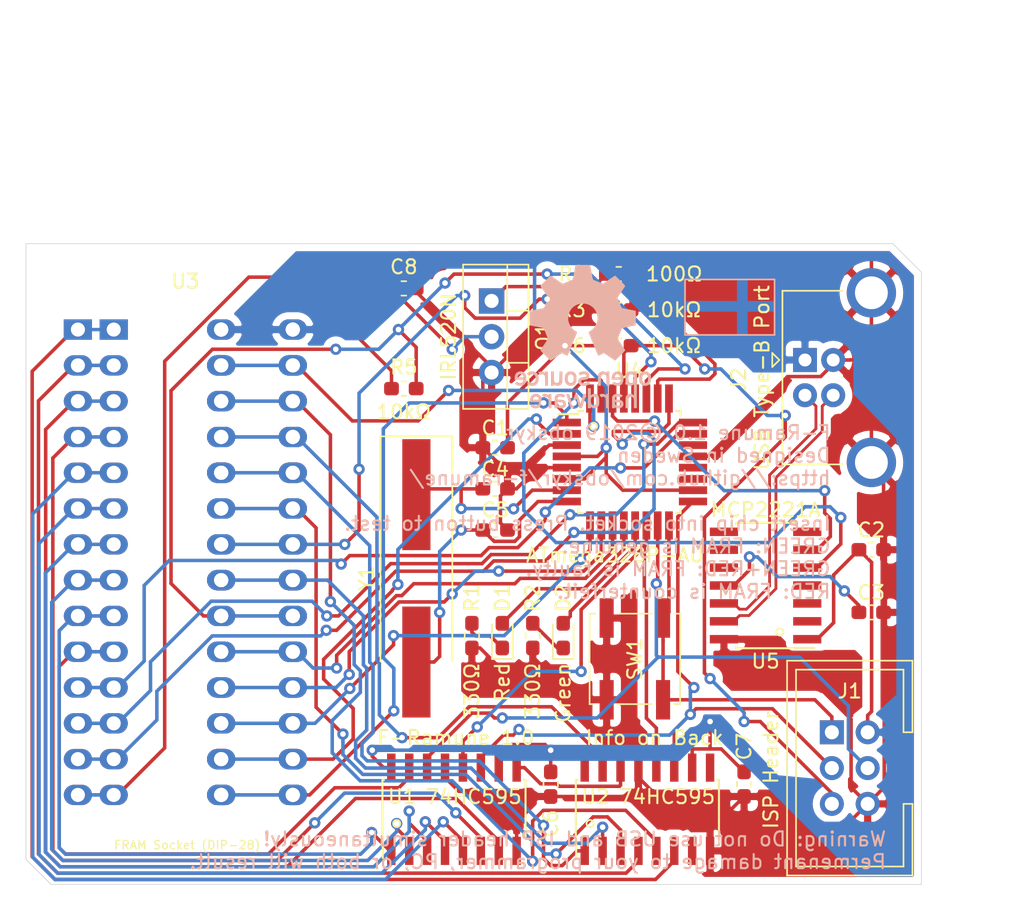
<source format=kicad_pcb>
(kicad_pcb (version 20171130) (host pcbnew "(5.1.0)-1")
  (layers (0 F.Cu signal) (31 B.Cu signal) (34 B.Paste user) (35 F.Paste user) (36 B.SilkS user) (37 F.SilkS user) (38 B.Mask user) (39 F.Mask user) (44 Edge.Cuts user))
  (net 0 "")
  (net 1 GND)
  (net 2 +5V)
  (net 3 "Net-(C3-Pad2)")
  (net 4 "Net-(C4-Pad1)")
  (net 5 "Net-(C5-Pad1)")
  (net 6 "Net-(D1-Pad2)")
  (net 7 "Net-(D1-Pad1)")
  (net 8 "Net-(D2-Pad2)")
  (net 9 "Net-(D2-Pad1)")
  (net 10 ProgramMode)
  (net 11 SR_Data)
  (net 12 SR_Shift)
  (net 13 ProgramResp)
  (net 14 "Net-(Q1-Pad2)")
  (net 15 "Net-(Q1-Pad1)")
  (net 16 Goodnight)
  (net 17 ~CE)
  (net 18 A0)
  (net 19 SR_Latch)
  (net 20 "Net-(U1-Pad9)")
  (net 21 A7)
  (net 22 A6)
  (net 23 A5)
  (net 24 A4)
  (net 25 A3)
  (net 26 A2)
  (net 27 A1)
  (net 28 A8)
  (net 29 "Net-(U2-Pad9)")
  (net 30 "Net-(U2-Pad7)")
  (net 31 A14)
  (net 32 A13)
  (net 33 A12)
  (net 34 A11)
  (net 35 A10)
  (net 36 A9)
  (net 37 D3)
  (net 38 D4)
  (net 39 D2)
  (net 40 D5)
  (net 41 D1)
  (net 42 D6)
  (net 43 D0)
  (net 44 D7)
  (net 45 ~OE)
  (net 46 ~WE)
  (net 47 UART_RX_ATM_TX)
  (net 48 UART_TX_ATM_RX)
  (net 49 "Net-(U5-Pad10)")
  (net 50 "Net-(U5-Pad9)")
  (net 51 "Net-(U5-Pad8)")
  (net 52 "Net-(U5-Pad7)")
  (net 53 "Net-(U5-Pad4)")
  (net 54 "Net-(U5-Pad3)")
  (net 55 "Net-(U5-Pad2)")
  (net 56 "Net-(U4-Pad22)")
  (net 57 "Net-(U4-Pad20)")
  (net 58 "Net-(U4-Pad19)")
  (net 59 USB_D_P)
  (net 60 USB_D_N)
  (module f-ramune:Logo_OpenSourceHW (layer B.Cu) (at 142.875 89.408 180)
    (fp_text reference G*** hide)
    (fp_text value LOGO hide)
  )
  (module f-ramune:SOIC-16_3.9x9.9mm_P1.27mm (layer F.Cu) (at 133.731 122.936 90)
    (fp_text reference U1 (at 0.889 -3.683 180) (layer F.SilkS))
    (fp_text value 74HC595 (at 0.889 1.397 180) (layer F.SilkS))
    (pad 1 smd rect (at -2.954 -4.445 90) (size 2 0.6) (layers F.Cu F.Paste F.Mask) (net 27 A1))
    (pad 2 smd rect (at -2.954 -3.175 90) (size 2 0.6) (layers F.Cu F.Paste F.Mask) (net 26 A2))
    (pad 3 smd rect (at -2.954 -1.905 90) (size 2 0.6) (layers F.Cu F.Paste F.Mask) (net 25 A3))
    (pad 4 smd rect (at -2.954 -0.635 90) (size 2 0.6) (layers F.Cu F.Paste F.Mask) (net 24 A4))
    (pad 5 smd rect (at -2.954 0.635 90) (size 2 0.6) (layers F.Cu F.Paste F.Mask) (net 23 A5))
    (pad 6 smd rect (at -2.954 1.905 90) (size 2 0.6) (layers F.Cu F.Paste F.Mask) (net 22 A6))
    (pad 7 smd rect (at -2.954 3.175 90) (size 2 0.6) (layers F.Cu F.Paste F.Mask) (net 21 A7))
    (pad 8 smd rect (at -2.954 4.445 90) (size 2 0.6) (layers F.Cu F.Paste F.Mask) (net 1 GND))
    (pad 9 smd rect (at 2.954 4.445 90) (size 2 0.6) (layers F.Cu F.Paste F.Mask) (net 20 "Net-(U1-Pad9)"))
    (pad 10 smd rect (at 2.954 3.175 90) (size 2 0.6) (layers F.Cu F.Paste F.Mask) (net 2 +5V))
    (pad 11 smd rect (at 2.954 1.905 90) (size 2 0.6) (layers F.Cu F.Paste F.Mask) (net 12 SR_Shift))
    (pad 12 smd rect (at 2.954 0.635 90) (size 2 0.6) (layers F.Cu F.Paste F.Mask) (net 19 SR_Latch))
    (pad 13 smd rect (at 2.954 -0.635 90) (size 2 0.6) (layers F.Cu F.Paste F.Mask) (net 1 GND))
    (pad 14 smd rect (at 2.954 -1.905 90) (size 2 0.6) (layers F.Cu F.Paste F.Mask) (net 11 SR_Data))
    (pad 15 smd rect (at 2.954 -3.175 90) (size 2 0.6) (layers F.Cu F.Paste F.Mask) (net 18 A0))
    (pad 16 smd rect (at 2.954 -4.445 90) (size 2 0.6) (layers F.Cu F.Paste F.Mask) (net 2 +5V))
  )
  (module f-ramune:ZIF_Socket_DIP-28_With_Alternatives (layer F.Cu) (at 107.061 88.9)
    (fp_text reference U3 (at 7.62 -3.429) (layer F.SilkS))
    (fp_text value "FRAM Socket (DIP-28)" (at 7.747 36.576) (layer F.SilkS) (effects (font (size 0.6 0.6) (thickness 0.09))))
    (pad 15 thru_hole oval (at 10.16 33.02) (size 2 1.44) (drill 1) (layers *.Cu *.Mask) (net 37 D3))
    (pad 14 thru_hole oval (at 0 33.02) (size 2 1.44) (drill 1) (layers *.Cu *.Mask) (net 14 "Net-(Q1-Pad2)"))
    (pad 16 thru_hole oval (at 10.16 30.48) (size 2 1.44) (drill 1) (layers *.Cu *.Mask) (net 38 D4))
    (pad 13 thru_hole oval (at 0 30.48) (size 2 1.44) (drill 1) (layers *.Cu *.Mask) (net 39 D2))
    (pad 17 thru_hole oval (at 10.16 27.94) (size 2 1.44) (drill 1) (layers *.Cu *.Mask) (net 40 D5))
    (pad 12 thru_hole oval (at 0 27.94) (size 2 1.44) (drill 1) (layers *.Cu *.Mask) (net 41 D1))
    (pad 18 thru_hole oval (at 10.16 25.4) (size 2 1.44) (drill 1) (layers *.Cu *.Mask) (net 42 D6))
    (pad 11 thru_hole oval (at 0 25.4) (size 2 1.44) (drill 1) (layers *.Cu *.Mask) (net 43 D0))
    (pad 19 thru_hole oval (at 10.16 22.86) (size 2 1.44) (drill 1) (layers *.Cu *.Mask) (net 44 D7))
    (pad 10 thru_hole oval (at 0 22.86) (size 2 1.44) (drill 1) (layers *.Cu *.Mask) (net 18 A0))
    (pad 20 thru_hole oval (at 10.16 20.32) (size 2 1.44) (drill 1) (layers *.Cu *.Mask) (net 17 ~CE))
    (pad 9 thru_hole oval (at 0 20.32) (size 2 1.44) (drill 1) (layers *.Cu *.Mask) (net 27 A1))
    (pad 21 thru_hole oval (at 10.16 17.78) (size 2 1.44) (drill 1) (layers *.Cu *.Mask) (net 35 A10))
    (pad 8 thru_hole oval (at 0 17.78) (size 2 1.44) (drill 1) (layers *.Cu *.Mask) (net 26 A2))
    (pad 22 thru_hole oval (at 10.16 15.24) (size 2 1.44) (drill 1) (layers *.Cu *.Mask) (net 45 ~OE))
    (pad 7 thru_hole oval (at 0 15.24) (size 2 1.44) (drill 1) (layers *.Cu *.Mask) (net 25 A3))
    (pad 23 thru_hole oval (at 10.16 12.7) (size 2 1.44) (drill 1) (layers *.Cu *.Mask) (net 34 A11))
    (pad 6 thru_hole oval (at 0 12.7) (size 2 1.44) (drill 1) (layers *.Cu *.Mask) (net 24 A4))
    (pad 24 thru_hole oval (at 10.16 10.16) (size 2 1.44) (drill 1) (layers *.Cu *.Mask) (net 36 A9))
    (pad 5 thru_hole oval (at 0 10.16) (size 2 1.44) (drill 1) (layers *.Cu *.Mask) (net 23 A5))
    (pad 25 thru_hole oval (at 10.16 7.62) (size 2 1.44) (drill 1) (layers *.Cu *.Mask) (net 28 A8))
    (pad 4 thru_hole oval (at 0 7.62) (size 2 1.44) (drill 1) (layers *.Cu *.Mask) (net 22 A6))
    (pad 26 thru_hole oval (at 10.16 5.08) (size 2 1.44) (drill 1) (layers *.Cu *.Mask) (net 32 A13))
    (pad 3 thru_hole oval (at 0 5.08) (size 2 1.44) (drill 1) (layers *.Cu *.Mask) (net 21 A7))
    (pad 27 thru_hole oval (at 10.16 2.54) (size 2 1.44) (drill 1) (layers *.Cu *.Mask) (net 46 ~WE))
    (pad 2 thru_hole oval (at 0 2.54) (size 2 1.44) (drill 1) (layers *.Cu *.Mask) (net 33 A12))
    (pad 28 thru_hole oval (at 10.16 0) (size 2 1.44) (drill 1) (layers *.Cu *.Mask) (net 2 +5V))
    (pad 1 thru_hole rect (at 0 0) (size 2 1.44) (drill 1) (layers *.Cu *.Mask) (net 31 A14))
    (pad 28 thru_hole oval (at 10.16 0) (size 2 1.44) (drill 1) (layers *.Cu *.Mask) (net 2 +5V))
    (pad 27 thru_hole oval (at 10.16 2.54) (size 2 1.44) (drill 1) (layers *.Cu *.Mask) (net 46 ~WE))
    (pad 26 thru_hole oval (at 10.16 5.08) (size 2 1.44) (drill 1) (layers *.Cu *.Mask) (net 32 A13))
    (pad 25 thru_hole oval (at 10.16 7.62) (size 2 1.44) (drill 1) (layers *.Cu *.Mask) (net 28 A8))
    (pad 24 thru_hole oval (at 10.16 10.16) (size 2 1.44) (drill 1) (layers *.Cu *.Mask) (net 36 A9))
    (pad 23 thru_hole oval (at 10.16 12.7) (size 2 1.44) (drill 1) (layers *.Cu *.Mask) (net 34 A11))
    (pad 22 thru_hole oval (at 10.16 15.24) (size 2 1.44) (drill 1) (layers *.Cu *.Mask) (net 45 ~OE))
    (pad 21 thru_hole oval (at 10.16 17.78) (size 2 1.44) (drill 1) (layers *.Cu *.Mask) (net 35 A10))
    (pad 20 thru_hole oval (at 10.16 20.32) (size 2 1.44) (drill 1) (layers *.Cu *.Mask) (net 17 ~CE))
    (pad 19 thru_hole oval (at 10.16 22.86) (size 2 1.44) (drill 1) (layers *.Cu *.Mask) (net 44 D7))
    (pad 18 thru_hole oval (at 10.16 25.4) (size 2 1.44) (drill 1) (layers *.Cu *.Mask) (net 42 D6))
    (pad 17 thru_hole oval (at 10.16 27.94) (size 2 1.44) (drill 1) (layers *.Cu *.Mask) (net 40 D5))
    (pad 16 thru_hole oval (at 10.16 30.48) (size 2 1.44) (drill 1) (layers *.Cu *.Mask) (net 38 D4))
    (pad 15 thru_hole oval (at 10.16 33.02) (size 2 1.44) (drill 1) (layers *.Cu *.Mask) (net 37 D3))
    (pad 15 thru_hole oval (at 10.16 33.02) (size 2 1.44) (drill 1) (layers *.Cu *.Mask) (net 37 D3))
    (pad 16 thru_hole oval (at 10.16 30.48) (size 2 1.44) (drill 1) (layers *.Cu *.Mask) (net 38 D4))
    (pad 17 thru_hole oval (at 10.16 27.94) (size 2 1.44) (drill 1) (layers *.Cu *.Mask) (net 40 D5))
    (pad 18 thru_hole oval (at 10.16 25.4) (size 2 1.44) (drill 1) (layers *.Cu *.Mask) (net 42 D6))
    (pad 19 thru_hole oval (at 10.16 22.86) (size 2 1.44) (drill 1) (layers *.Cu *.Mask) (net 44 D7))
    (pad 20 thru_hole oval (at 10.16 20.32) (size 2 1.44) (drill 1) (layers *.Cu *.Mask) (net 17 ~CE))
    (pad 21 thru_hole oval (at 10.16 17.78) (size 2 1.44) (drill 1) (layers *.Cu *.Mask) (net 35 A10))
    (pad 22 thru_hole oval (at 10.16 15.24) (size 2 1.44) (drill 1) (layers *.Cu *.Mask) (net 45 ~OE))
    (pad 23 thru_hole oval (at 10.16 12.7) (size 2 1.44) (drill 1) (layers *.Cu *.Mask) (net 34 A11))
    (pad 24 thru_hole oval (at 10.16 10.16) (size 2 1.44) (drill 1) (layers *.Cu *.Mask) (net 36 A9))
    (pad 25 thru_hole oval (at 10.16 7.62) (size 2 1.44) (drill 1) (layers *.Cu *.Mask) (net 28 A8))
    (pad 26 thru_hole oval (at 10.16 5.08) (size 2 1.44) (drill 1) (layers *.Cu *.Mask) (net 32 A13))
    (pad 27 thru_hole oval (at 10.16 2.54) (size 2 1.44) (drill 1) (layers *.Cu *.Mask) (net 46 ~WE))
    (pad 28 thru_hole oval (at 10.16 0) (size 2 1.44) (drill 1) (layers *.Cu *.Mask) (net 2 +5V))
    (pad 28 thru_hole oval (at 10.16 0) (size 2 1.44) (drill 1) (layers *.Cu *.Mask) (net 2 +5V))
    (pad 27 thru_hole oval (at 10.16 2.54) (size 2 1.44) (drill 1) (layers *.Cu *.Mask) (net 46 ~WE))
    (pad 26 thru_hole oval (at 10.16 5.08) (size 2 1.44) (drill 1) (layers *.Cu *.Mask) (net 32 A13))
    (pad 25 thru_hole oval (at 10.16 7.62) (size 2 1.44) (drill 1) (layers *.Cu *.Mask) (net 28 A8))
    (pad 24 thru_hole oval (at 10.16 10.16) (size 2 1.44) (drill 1) (layers *.Cu *.Mask) (net 36 A9))
    (pad 23 thru_hole oval (at 10.16 12.7) (size 2 1.44) (drill 1) (layers *.Cu *.Mask) (net 34 A11))
    (pad 22 thru_hole oval (at 10.16 15.24) (size 2 1.44) (drill 1) (layers *.Cu *.Mask) (net 45 ~OE))
    (pad 21 thru_hole oval (at 10.16 17.78) (size 2 1.44) (drill 1) (layers *.Cu *.Mask) (net 35 A10))
    (pad 20 thru_hole oval (at 10.16 20.32) (size 2 1.44) (drill 1) (layers *.Cu *.Mask) (net 17 ~CE))
    (pad 19 thru_hole oval (at 10.16 22.86) (size 2 1.44) (drill 1) (layers *.Cu *.Mask) (net 44 D7))
    (pad 18 thru_hole oval (at 10.16 25.4) (size 2 1.44) (drill 1) (layers *.Cu *.Mask) (net 42 D6))
    (pad 17 thru_hole oval (at 10.16 27.94) (size 2 1.44) (drill 1) (layers *.Cu *.Mask) (net 40 D5))
    (pad 16 thru_hole oval (at 10.16 30.48) (size 2 1.44) (drill 1) (layers *.Cu *.Mask) (net 38 D4))
    (pad 15 thru_hole oval (at 10.16 33.02) (size 2 1.44) (drill 1) (layers *.Cu *.Mask) (net 37 D3))
    (pad 1 thru_hole rect (at 2.54 0) (size 2 1.44) (drill 1) (layers *.Cu *.Mask) (net 31 A14))
    (pad 2 thru_hole oval (at 2.54 2.54) (size 2 1.44) (drill 1) (layers *.Cu *.Mask) (net 33 A12))
    (pad 3 thru_hole oval (at 2.54 5.08) (size 2 1.44) (drill 1) (layers *.Cu *.Mask) (net 21 A7))
    (pad 4 thru_hole oval (at 2.54 7.62) (size 2 1.44) (drill 1) (layers *.Cu *.Mask) (net 22 A6))
    (pad 5 thru_hole oval (at 2.54 10.16) (size 2 1.44) (drill 1) (layers *.Cu *.Mask) (net 23 A5))
    (pad 6 thru_hole oval (at 2.54 12.7) (size 2 1.44) (drill 1) (layers *.Cu *.Mask) (net 24 A4))
    (pad 7 thru_hole oval (at 2.54 15.24) (size 2 1.44) (drill 1) (layers *.Cu *.Mask) (net 25 A3))
    (pad 8 thru_hole oval (at 2.54 17.78) (size 2 1.44) (drill 1) (layers *.Cu *.Mask) (net 26 A2))
    (pad 9 thru_hole oval (at 2.54 20.32) (size 2 1.44) (drill 1) (layers *.Cu *.Mask) (net 27 A1))
    (pad 10 thru_hole oval (at 2.54 22.86) (size 2 1.44) (drill 1) (layers *.Cu *.Mask) (net 18 A0))
    (pad 11 thru_hole oval (at 2.54 25.4) (size 2 1.44) (drill 1) (layers *.Cu *.Mask) (net 43 D0))
    (pad 12 thru_hole oval (at 2.54 27.94) (size 2 1.44) (drill 1) (layers *.Cu *.Mask) (net 41 D1))
    (pad 13 thru_hole oval (at 2.54 30.48) (size 2 1.44) (drill 1) (layers *.Cu *.Mask) (net 39 D2))
    (pad 14 thru_hole oval (at 2.54 33.02) (size 2 1.44) (drill 1) (layers *.Cu *.Mask) (net 14 "Net-(Q1-Pad2)"))
    (pad 15 thru_hole oval (at 15.24 33.02) (size 2 1.44) (drill 1) (layers *.Cu *.Mask) (net 37 D3))
    (pad 16 thru_hole oval (at 15.24 30.48) (size 2 1.44) (drill 1) (layers *.Cu *.Mask) (net 38 D4))
    (pad 17 thru_hole oval (at 15.24 27.94) (size 2 1.44) (drill 1) (layers *.Cu *.Mask) (net 40 D5))
    (pad 18 thru_hole oval (at 15.24 25.4) (size 2 1.44) (drill 1) (layers *.Cu *.Mask) (net 42 D6))
    (pad 19 thru_hole oval (at 15.24 22.86) (size 2 1.44) (drill 1) (layers *.Cu *.Mask) (net 44 D7))
    (pad 20 thru_hole oval (at 15.24 20.32) (size 2 1.44) (drill 1) (layers *.Cu *.Mask) (net 17 ~CE))
    (pad 21 thru_hole oval (at 15.24 17.78) (size 2 1.44) (drill 1) (layers *.Cu *.Mask) (net 35 A10))
    (pad 22 thru_hole oval (at 15.24 15.24) (size 2 1.44) (drill 1) (layers *.Cu *.Mask) (net 45 ~OE))
    (pad 23 thru_hole oval (at 15.24 12.7) (size 2 1.44) (drill 1) (layers *.Cu *.Mask) (net 34 A11))
    (pad 24 thru_hole oval (at 15.24 10.16) (size 2 1.44) (drill 1) (layers *.Cu *.Mask) (net 36 A9))
    (pad 25 thru_hole oval (at 15.24 7.62) (size 2 1.44) (drill 1) (layers *.Cu *.Mask) (net 28 A8))
    (pad 26 thru_hole oval (at 15.24 5.08) (size 2 1.44) (drill 1) (layers *.Cu *.Mask) (net 32 A13))
    (pad 27 thru_hole oval (at 15.24 2.54) (size 2 1.44) (drill 1) (layers *.Cu *.Mask) (net 46 ~WE))
    (pad 28 thru_hole oval (at 15.24 0) (size 2 1.44) (drill 1) (layers *.Cu *.Mask) (net 2 +5V))
    (pad 28 thru_hole oval (at 15.24 0) (size 2 1.44) (drill 1) (layers *.Cu *.Mask) (net 2 +5V))
    (pad 27 thru_hole oval (at 15.24 2.54) (size 2 1.44) (drill 1) (layers *.Cu *.Mask) (net 46 ~WE))
    (pad 26 thru_hole oval (at 15.24 5.08) (size 2 1.44) (drill 1) (layers *.Cu *.Mask) (net 32 A13))
    (pad 25 thru_hole oval (at 15.24 7.62) (size 2 1.44) (drill 1) (layers *.Cu *.Mask) (net 28 A8))
    (pad 24 thru_hole oval (at 15.24 10.16) (size 2 1.44) (drill 1) (layers *.Cu *.Mask) (net 36 A9))
    (pad 23 thru_hole oval (at 15.24 12.7) (size 2 1.44) (drill 1) (layers *.Cu *.Mask) (net 34 A11))
    (pad 22 thru_hole oval (at 15.24 15.24) (size 2 1.44) (drill 1) (layers *.Cu *.Mask) (net 45 ~OE))
    (pad 21 thru_hole oval (at 15.24 17.78) (size 2 1.44) (drill 1) (layers *.Cu *.Mask) (net 35 A10))
    (pad 20 thru_hole oval (at 15.24 20.32) (size 2 1.44) (drill 1) (layers *.Cu *.Mask) (net 17 ~CE))
    (pad 19 thru_hole oval (at 15.24 22.86) (size 2 1.44) (drill 1) (layers *.Cu *.Mask) (net 44 D7))
    (pad 18 thru_hole oval (at 15.24 25.4) (size 2 1.44) (drill 1) (layers *.Cu *.Mask) (net 42 D6))
    (pad 17 thru_hole oval (at 15.24 27.94) (size 2 1.44) (drill 1) (layers *.Cu *.Mask) (net 40 D5))
    (pad 16 thru_hole oval (at 15.24 30.48) (size 2 1.44) (drill 1) (layers *.Cu *.Mask) (net 38 D4))
    (pad 15 thru_hole oval (at 15.24 33.02) (size 2 1.44) (drill 1) (layers *.Cu *.Mask) (net 37 D3))
    (pad 15 thru_hole oval (at 15.24 33.02) (size 2 1.44) (drill 1) (layers *.Cu *.Mask) (net 37 D3))
    (pad 16 thru_hole oval (at 15.24 30.48) (size 2 1.44) (drill 1) (layers *.Cu *.Mask) (net 38 D4))
    (pad 17 thru_hole oval (at 15.24 27.94) (size 2 1.44) (drill 1) (layers *.Cu *.Mask) (net 40 D5))
    (pad 18 thru_hole oval (at 15.24 25.4) (size 2 1.44) (drill 1) (layers *.Cu *.Mask) (net 42 D6))
    (pad 19 thru_hole oval (at 15.24 22.86) (size 2 1.44) (drill 1) (layers *.Cu *.Mask) (net 44 D7))
    (pad 20 thru_hole oval (at 15.24 20.32) (size 2 1.44) (drill 1) (layers *.Cu *.Mask) (net 17 ~CE))
    (pad 21 thru_hole oval (at 15.24 17.78) (size 2 1.44) (drill 1) (layers *.Cu *.Mask) (net 35 A10))
    (pad 22 thru_hole oval (at 15.24 15.24) (size 2 1.44) (drill 1) (layers *.Cu *.Mask) (net 45 ~OE))
    (pad 23 thru_hole oval (at 15.24 12.7) (size 2 1.44) (drill 1) (layers *.Cu *.Mask) (net 34 A11))
    (pad 24 thru_hole oval (at 15.24 10.16) (size 2 1.44) (drill 1) (layers *.Cu *.Mask) (net 36 A9))
    (pad 25 thru_hole oval (at 15.24 7.62) (size 2 1.44) (drill 1) (layers *.Cu *.Mask) (net 28 A8))
    (pad 26 thru_hole oval (at 15.24 5.08) (size 2 1.44) (drill 1) (layers *.Cu *.Mask) (net 32 A13))
    (pad 27 thru_hole oval (at 15.24 2.54) (size 2 1.44) (drill 1) (layers *.Cu *.Mask) (net 46 ~WE))
    (pad 28 thru_hole oval (at 15.24 0) (size 2 1.44) (drill 1) (layers *.Cu *.Mask) (net 2 +5V))
    (pad 28 thru_hole oval (at 15.24 0) (size 2 1.44) (drill 1) (layers *.Cu *.Mask) (net 2 +5V))
    (pad 27 thru_hole oval (at 15.24 2.54) (size 2 1.44) (drill 1) (layers *.Cu *.Mask) (net 46 ~WE))
    (pad 26 thru_hole oval (at 15.24 5.08) (size 2 1.44) (drill 1) (layers *.Cu *.Mask) (net 32 A13))
    (pad 25 thru_hole oval (at 15.24 7.62) (size 2 1.44) (drill 1) (layers *.Cu *.Mask) (net 28 A8))
    (pad 24 thru_hole oval (at 15.24 10.16) (size 2 1.44) (drill 1) (layers *.Cu *.Mask) (net 36 A9))
    (pad 23 thru_hole oval (at 15.24 12.7) (size 2 1.44) (drill 1) (layers *.Cu *.Mask) (net 34 A11))
    (pad 22 thru_hole oval (at 15.24 15.24) (size 2 1.44) (drill 1) (layers *.Cu *.Mask) (net 45 ~OE))
    (pad 21 thru_hole oval (at 15.24 17.78) (size 2 1.44) (drill 1) (layers *.Cu *.Mask) (net 35 A10))
    (pad 20 thru_hole oval (at 15.24 20.32) (size 2 1.44) (drill 1) (layers *.Cu *.Mask) (net 17 ~CE))
    (pad 19 thru_hole oval (at 15.24 22.86) (size 2 1.44) (drill 1) (layers *.Cu *.Mask) (net 44 D7))
    (pad 18 thru_hole oval (at 15.24 25.4) (size 2 1.44) (drill 1) (layers *.Cu *.Mask) (net 42 D6))
    (pad 17 thru_hole oval (at 15.24 27.94) (size 2 1.44) (drill 1) (layers *.Cu *.Mask) (net 40 D5))
    (pad 16 thru_hole oval (at 15.24 30.48) (size 2 1.44) (drill 1) (layers *.Cu *.Mask) (net 38 D4))
    (pad 15 thru_hole oval (at 15.24 33.02) (size 2 1.44) (drill 1) (layers *.Cu *.Mask) (net 37 D3))
  )
  (module f-ramune:USB_B_OST_USB-B1HSxx_Horizontal (layer F.Cu) (at 158.623 91.059)
    (fp_text reference J2 (at -4.699 1.397 90) (layer F.SilkS))
    (fp_text value "USB Type-B Port" (at -3.048 1.27 90) (layer F.SilkS))
    (pad 1 thru_hole rect (at 0 0) (size 1.7 1.7) (drill 0.92) (layers *.Cu *.Mask) (net 2 +5V))
    (pad 2 thru_hole circle (at 0 2.5) (size 1.7 1.7) (drill 0.92) (layers *.Cu *.Mask) (net 60 USB_D_N))
    (pad 3 thru_hole circle (at 2 2.5) (size 1.7 1.7) (drill 0.92) (layers *.Cu *.Mask) (net 59 USB_D_P))
    (pad 4 thru_hole circle (at 2 0) (size 1.7 1.7) (drill 0.92) (layers *.Cu *.Mask) (net 1 GND))
    (pad 5 thru_hole circle (at 4.71 -4.77) (size 3.5 3.5) (drill 2.33) (layers *.Cu *.Mask) (net 1 GND))
    (pad 5 thru_hole circle (at 4.71 7.27) (size 3.5 3.5) (drill 2.33) (layers *.Cu *.Mask) (net 1 GND))
  )
  (module f-ramune:Crystal_SMD_HC49-SD_HandSoldering (layer F.Cu) (at 131.064 106.553 270)
    (fp_text reference Y1 (at 0 3.556 270) (layer F.SilkS))
    (fp_text value 16Mhz)
    (pad 1 smd rect (at -5.9375 0 270) (size 7.875 2) (layers F.Cu F.Paste F.Mask) (net 4 "Net-(C4-Pad1)"))
    (pad 2 smd rect (at 5.9375 0 270) (size 7.875 2) (layers F.Cu F.Paste F.Mask) (net 5 "Net-(C5-Pad1)"))
  )
  (module f-ramune:SW_Push_1P1T_NO_CK_KSC6xxJ (layer F.Cu) (at 146.558 112.268 270)
    (fp_text reference SW1 (at 0 0 90) (layer F.SilkS))
    (fp_text value SW_Push)
    (pad 1 smd rect (at -2.9 -2 270) (size 2.8 1) (layers F.Cu F.Paste F.Mask) (net 13 ProgramResp))
    (pad 1 smd rect (at 2.9 -2 270) (size 2.8 1) (layers F.Cu F.Paste F.Mask) (net 13 ProgramResp))
    (pad 2 smd rect (at -2.9 2 270) (size 2.8 1) (layers F.Cu F.Paste F.Mask) (net 1 GND))
    (pad 2 smd rect (at 2.9 2 270) (size 2.8 1) (layers F.Cu F.Paste F.Mask) (net 1 GND))
  )
  (module f-ramune:LED_0603_1608Metric_Pad1.05x0.95mm_HandSolder (layer F.Cu) (at 141.478 110.617 90)
    (fp_text reference D2 (at 2.667 0 90) (layer F.SilkS))
    (fp_text value Green (at -4.064 0 90) (layer F.SilkS))
    (pad 1 smd roundrect (at -0.875 0 90) (size 1.05 0.95) (layers F.Cu F.Paste F.Mask) (net 9 "Net-(D2-Pad1)"))
    (pad 2 smd roundrect (at 0.875 0 90) (size 1.05 0.95) (layers F.Cu F.Paste F.Mask) (net 8 "Net-(D2-Pad2)"))
  )
  (module f-ramune:LED_0603_1608Metric_Pad1.05x0.95mm_HandSolder (layer F.Cu) (at 137.16 110.617 90)
    (fp_text reference D1 (at 2.667 0 90) (layer F.SilkS))
    (fp_text value Red (at -3.302 0 90) (layer F.SilkS))
    (pad 1 smd roundrect (at -0.875 0 90) (size 1.05 0.95) (layers F.Cu F.Paste F.Mask) (net 7 "Net-(D1-Pad1)"))
    (pad 2 smd roundrect (at 0.875 0 90) (size 1.05 0.95) (layers F.Cu F.Paste F.Mask) (net 6 "Net-(D1-Pad2)"))
  )
  (module f-ramune:SOIC-14_3.9x8.7mm_P1.27mm (layer F.Cu) (at 155.829 107.061 180)
    (fp_text reference U5 (at 0 -5.375 180) (layer F.SilkS))
    (fp_text value MCP2221A (at 0 5.375 180) (layer F.SilkS))
    (pad 1 smd rect (at -2.954 -3.81 180) (size 2 0.6) (layers F.Cu F.Paste F.Mask) (net 2 +5V))
    (pad 2 smd rect (at -2.954 -2.54 180) (size 2 0.6) (layers F.Cu F.Paste F.Mask) (net 55 "Net-(U5-Pad2)"))
    (pad 3 smd rect (at -2.954 -1.27 180) (size 2 0.6) (layers F.Cu F.Paste F.Mask) (net 54 "Net-(U5-Pad3)"))
    (pad 4 smd rect (at -2.954 0 180) (size 2 0.6) (layers F.Cu F.Paste F.Mask) (net 53 "Net-(U5-Pad4)"))
    (pad 5 smd rect (at -2.954 1.27 180) (size 2 0.6) (layers F.Cu F.Paste F.Mask) (net 47 UART_RX_ATM_TX))
    (pad 6 smd rect (at -2.954 2.54 180) (size 2 0.6) (layers F.Cu F.Paste F.Mask) (net 48 UART_TX_ATM_RX))
    (pad 7 smd rect (at -2.954 3.81 180) (size 2 0.6) (layers F.Cu F.Paste F.Mask) (net 52 "Net-(U5-Pad7)"))
    (pad 8 smd rect (at 2.954 3.81 180) (size 2 0.6) (layers F.Cu F.Paste F.Mask) (net 51 "Net-(U5-Pad8)"))
    (pad 9 smd rect (at 2.954 2.54 180) (size 2 0.6) (layers F.Cu F.Paste F.Mask) (net 50 "Net-(U5-Pad9)"))
    (pad 10 smd rect (at 2.954 1.27 180) (size 2 0.6) (layers F.Cu F.Paste F.Mask) (net 49 "Net-(U5-Pad10)"))
    (pad 11 smd rect (at 2.954 0 180) (size 2 0.6) (layers F.Cu F.Paste F.Mask) (net 3 "Net-(C3-Pad2)"))
    (pad 12 smd rect (at 2.954 -1.27 180) (size 2 0.6) (layers F.Cu F.Paste F.Mask) (net 60 USB_D_N))
    (pad 13 smd rect (at 2.954 -2.54 180) (size 2 0.6) (layers F.Cu F.Paste F.Mask) (net 59 USB_D_P))
    (pad 14 smd rect (at 2.954 -3.81 180) (size 2 0.6) (layers F.Cu F.Paste F.Mask) (net 1 GND))
  )
  (module f-ramune:SOIC-16_3.9x9.9mm_P1.27mm (layer F.Cu) (at 147.447 122.936 90)
    (fp_text reference U2 (at 0.889 -3.683 180) (layer F.SilkS))
    (fp_text value 74HC595 (at 0.889 1.397 180) (layer F.SilkS))
    (pad 1 smd rect (at -2.954 -4.445 90) (size 2 0.6) (layers F.Cu F.Paste F.Mask) (net 36 A9))
    (pad 2 smd rect (at -2.954 -3.175 90) (size 2 0.6) (layers F.Cu F.Paste F.Mask) (net 35 A10))
    (pad 3 smd rect (at -2.954 -1.905 90) (size 2 0.6) (layers F.Cu F.Paste F.Mask) (net 34 A11))
    (pad 4 smd rect (at -2.954 -0.635 90) (size 2 0.6) (layers F.Cu F.Paste F.Mask) (net 33 A12))
    (pad 5 smd rect (at -2.954 0.635 90) (size 2 0.6) (layers F.Cu F.Paste F.Mask) (net 32 A13))
    (pad 6 smd rect (at -2.954 1.905 90) (size 2 0.6) (layers F.Cu F.Paste F.Mask) (net 31 A14))
    (pad 7 smd rect (at -2.954 3.175 90) (size 2 0.6) (layers F.Cu F.Paste F.Mask) (net 30 "Net-(U2-Pad7)"))
    (pad 8 smd rect (at -2.954 4.445 90) (size 2 0.6) (layers F.Cu F.Paste F.Mask) (net 1 GND))
    (pad 9 smd rect (at 2.954 4.445 90) (size 2 0.6) (layers F.Cu F.Paste F.Mask) (net 29 "Net-(U2-Pad9)"))
    (pad 10 smd rect (at 2.954 3.175 90) (size 2 0.6) (layers F.Cu F.Paste F.Mask) (net 2 +5V))
    (pad 11 smd rect (at 2.954 1.905 90) (size 2 0.6) (layers F.Cu F.Paste F.Mask) (net 12 SR_Shift))
    (pad 12 smd rect (at 2.954 0.635 90) (size 2 0.6) (layers F.Cu F.Paste F.Mask) (net 19 SR_Latch))
    (pad 13 smd rect (at 2.954 -0.635 90) (size 2 0.6) (layers F.Cu F.Paste F.Mask) (net 1 GND))
    (pad 14 smd rect (at 2.954 -1.905 90) (size 2 0.6) (layers F.Cu F.Paste F.Mask) (net 20 "Net-(U1-Pad9)"))
    (pad 15 smd rect (at 2.954 -3.175 90) (size 2 0.6) (layers F.Cu F.Paste F.Mask) (net 28 A8))
    (pad 16 smd rect (at 2.954 -4.445 90) (size 2 0.6) (layers F.Cu F.Paste F.Mask) (net 2 +5V))
  )
  (module f-ramune:TQFP-32_7x7mm_P0.8mm_HandSolder (layer F.Cu) (at 146.177 98.298)
    (fp_text reference U4 (at 0 -6.477) (layer F.SilkS))
    (fp_text value ATmega328P-AU (at -1.016 6.604) (layer F.SilkS))
    (pad 32 smd rect (at -2.8 -4.504 90) (size 2 0.55) (layers F.Cu F.Paste F.Mask) (net 46 ~WE))
    (pad 31 smd rect (at -2 -4.504 90) (size 2 0.55) (layers F.Cu F.Paste F.Mask) (net 47 UART_RX_ATM_TX))
    (pad 30 smd rect (at -1.2 -4.504 90) (size 2 0.55) (layers F.Cu F.Paste F.Mask) (net 48 UART_TX_ATM_RX))
    (pad 29 smd rect (at -0.4 -4.504 90) (size 2 0.55) (layers F.Cu F.Paste F.Mask) (net 10 ProgramMode))
    (pad 28 smd rect (at 0.4 -4.504 90) (size 2 0.55) (layers F.Cu F.Paste F.Mask) (net 45 ~OE))
    (pad 27 smd rect (at 1.2 -4.504 90) (size 2 0.55) (layers F.Cu F.Paste F.Mask) (net 17 ~CE))
    (pad 26 smd rect (at 2 -4.504 90) (size 2 0.55) (layers F.Cu F.Paste F.Mask) (net 16 Goodnight))
    (pad 25 smd rect (at 2.8 -4.504 90) (size 2 0.55) (layers F.Cu F.Paste F.Mask) (net 39 D2))
    (pad 24 smd rect (at 4.504 -2.8) (size 2 0.55) (layers F.Cu F.Paste F.Mask) (net 41 D1))
    (pad 23 smd rect (at 4.504 -2) (size 2 0.55) (layers F.Cu F.Paste F.Mask) (net 43 D0))
    (pad 22 smd rect (at 4.504 -1.2) (size 2 0.55) (layers F.Cu F.Paste F.Mask) (net 56 "Net-(U4-Pad22)"))
    (pad 21 smd rect (at 4.504 -0.4) (size 2 0.55) (layers F.Cu F.Paste F.Mask) (net 1 GND))
    (pad 20 smd rect (at 4.504 0.4) (size 2 0.55) (layers F.Cu F.Paste F.Mask) (net 57 "Net-(U4-Pad20)"))
    (pad 19 smd rect (at 4.504 1.2) (size 2 0.55) (layers F.Cu F.Paste F.Mask) (net 58 "Net-(U4-Pad19)"))
    (pad 18 smd rect (at 4.504 2) (size 2 0.55) (layers F.Cu F.Paste F.Mask) (net 2 +5V))
    (pad 17 smd rect (at 4.504 2.8) (size 2 0.55) (layers F.Cu F.Paste F.Mask) (net 12 SR_Shift))
    (pad 16 smd rect (at 2.8 4.504 90) (size 2 0.55) (layers F.Cu F.Paste F.Mask) (net 13 ProgramResp))
    (pad 15 smd rect (at 2 4.504 90) (size 2 0.55) (layers F.Cu F.Paste F.Mask) (net 11 SR_Data))
    (pad 14 smd rect (at 1.2 4.504 90) (size 2 0.55) (layers F.Cu F.Paste F.Mask) (net 19 SR_Latch))
    (pad 13 smd rect (at 0.4 4.504 90) (size 2 0.55) (layers F.Cu F.Paste F.Mask) (net 8 "Net-(D2-Pad2)"))
    (pad 12 smd rect (at -0.4 4.504 90) (size 2 0.55) (layers F.Cu F.Paste F.Mask) (net 6 "Net-(D1-Pad2)"))
    (pad 11 smd rect (at -1.2 4.504 90) (size 2 0.55) (layers F.Cu F.Paste F.Mask) (net 44 D7))
    (pad 10 smd rect (at -2 4.504 90) (size 2 0.55) (layers F.Cu F.Paste F.Mask) (net 42 D6))
    (pad 9 smd rect (at -2.8 4.504 90) (size 2 0.55) (layers F.Cu F.Paste F.Mask) (net 40 D5))
    (pad 8 smd rect (at -4.445 2.8) (size 2 0.55) (layers F.Cu F.Paste F.Mask) (net 5 "Net-(C5-Pad1)"))
    (pad 7 smd rect (at -4.445 2) (size 2 0.55) (layers F.Cu F.Paste F.Mask) (net 4 "Net-(C4-Pad1)"))
    (pad 6 smd rect (at -4.445 1.2) (size 2 0.55) (layers F.Cu F.Paste F.Mask) (net 2 +5V))
    (pad 5 smd rect (at -4.445 0.4) (size 2 0.55) (layers F.Cu F.Paste F.Mask) (net 1 GND))
    (pad 4 smd rect (at -4.445 -0.4) (size 2 0.55) (layers F.Cu F.Paste F.Mask) (net 2 +5V))
    (pad 3 smd rect (at -4.445 -1.2) (size 2 0.55) (layers F.Cu F.Paste F.Mask) (net 1 GND))
    (pad 2 smd rect (at -4.445 -2) (size 2 0.55) (layers F.Cu F.Paste F.Mask) (net 38 D4))
    (pad 1 smd rect (at -4.445 -2.8) (size 2 0.55) (layers F.Cu F.Paste F.Mask) (net 37 D3))
  )
  (module f-ramune:R_0603_1608Metric_Pad1.05x0.95mm_HandSolder (layer F.Cu) (at 145.415 90.043)
    (fp_text reference R6 (at -3.302 0) (layer F.SilkS))
    (fp_text value 10kΩ (at 3.937 0) (layer F.SilkS))
    (pad 1 smd roundrect (at -0.875 0) (size 1.05 0.95) (layers F.Cu F.Paste F.Mask) (net 2 +5V))
    (pad 2 smd roundrect (at 0.875 0) (size 1.05 0.95) (layers F.Cu F.Paste F.Mask) (net 10 ProgramMode))
  )
  (module f-ramune:R_0603_1608Metric_Pad1.05x0.95mm_HandSolder (layer F.Cu) (at 130.175 93.091)
    (fp_text reference R5 (at 0 -1.524) (layer F.SilkS))
    (fp_text value 10kΩ (at 0 1.651) (layer F.SilkS))
    (pad 1 smd roundrect (at -0.875 0) (size 1.05 0.95) (layers F.Cu F.Paste F.Mask) (net 2 +5V))
    (pad 2 smd roundrect (at 0.875 0) (size 1.05 0.95) (layers F.Cu F.Paste F.Mask) (net 17 ~CE))
  )
  (module f-ramune:R_0603_1608Metric_Pad1.05x0.95mm_HandSolder (layer F.Cu) (at 145.415 84.963)
    (fp_text reference R4 (at -3.302 0) (layer F.SilkS))
    (fp_text value 100Ω (at 3.937 0) (layer F.SilkS))
    (pad 1 smd roundrect (at -0.875 0) (size 1.05 0.95) (layers F.Cu F.Paste F.Mask) (net 15 "Net-(Q1-Pad1)"))
    (pad 2 smd roundrect (at 0.875 0) (size 1.05 0.95) (layers F.Cu F.Paste F.Mask) (net 16 Goodnight))
  )
  (module f-ramune:R_0603_1608Metric_Pad1.05x0.95mm_HandSolder (layer F.Cu) (at 145.415 87.503)
    (fp_text reference R3 (at -3.302 0) (layer F.SilkS))
    (fp_text value 10kΩ (at 3.937 0) (layer F.SilkS))
    (pad 1 smd roundrect (at -0.875 0) (size 1.05 0.95) (layers F.Cu F.Paste F.Mask) (net 1 GND))
    (pad 2 smd roundrect (at 0.875 0) (size 1.05 0.95) (layers F.Cu F.Paste F.Mask) (net 16 Goodnight))
  )
  (module f-ramune:R_0603_1608Metric_Pad1.05x0.95mm_HandSolder (layer F.Cu) (at 139.319 110.617 90)
    (fp_text reference R2 (at 2.667 0 270) (layer F.SilkS))
    (fp_text value 330Ω (at -3.937 0 270) (layer F.SilkS))
    (pad 1 smd roundrect (at -0.875 0 90) (size 1.05 0.95) (layers F.Cu F.Paste F.Mask) (net 1 GND))
    (pad 2 smd roundrect (at 0.875 0 90) (size 1.05 0.95) (layers F.Cu F.Paste F.Mask) (net 9 "Net-(D2-Pad1)"))
  )
  (module f-ramune:R_0603_1608Metric_Pad1.05x0.95mm_HandSolder (layer F.Cu) (at 135.001 110.617 90)
    (fp_text reference R1 (at 2.667 0 270) (layer F.SilkS))
    (fp_text value 330Ω (at -3.937 0 270) (layer F.SilkS))
    (pad 1 smd roundrect (at -0.875 0 90) (size 1.05 0.95) (layers F.Cu F.Paste F.Mask) (net 1 GND))
    (pad 2 smd roundrect (at 0.875 0 90) (size 1.05 0.95) (layers F.Cu F.Paste F.Mask) (net 7 "Net-(D1-Pad1)"))
  )
  (module f-ramune:C_0603_1608Metric_Pad1.05x0.95mm_HandSolder (layer F.Cu) (at 130.175 85.979 180)
    (fp_text reference C8 (at 0 1.524 180) (layer F.SilkS))
    (fp_text value 0.1uF)
    (pad 1 smd roundrect (at -0.875 0 180) (size 1.05 0.95) (layers F.Cu F.Paste F.Mask) (net 1 GND))
    (pad 2 smd roundrect (at 0.875 0 180) (size 1.05 0.95) (layers F.Cu F.Paste F.Mask) (net 2 +5V))
  )
  (module f-ramune:C_0603_1608Metric_Pad1.05x0.95mm_HandSolder (layer F.Cu) (at 154.305 121.158 90)
    (fp_text reference C7 (at 2.667 0 90) (layer F.SilkS))
    (fp_text value 0.1uF)
    (pad 1 smd roundrect (at -0.875 0 90) (size 1.05 0.95) (layers F.Cu F.Paste F.Mask) (net 1 GND))
    (pad 2 smd roundrect (at 0.875 0 90) (size 1.05 0.95) (layers F.Cu F.Paste F.Mask) (net 2 +5V))
  )
  (module f-ramune:C_0603_1608Metric_Pad1.05x0.95mm_HandSolder (layer F.Cu) (at 140.589 121.158 90)
    (fp_text reference C6 (at -2.794 0 90) (layer F.SilkS))
    (fp_text value 0.1uF)
    (pad 1 smd roundrect (at -0.875 0 90) (size 1.05 0.95) (layers F.Cu F.Paste F.Mask) (net 1 GND))
    (pad 2 smd roundrect (at 0.875 0 90) (size 1.05 0.95) (layers F.Cu F.Paste F.Mask) (net 2 +5V))
  )
  (module f-ramune:C_0603_1608Metric_Pad1.05x0.95mm_HandSolder (layer F.Cu) (at 136.652 103.124)
    (fp_text reference C5 (at 0 -1.43) (layer F.SilkS))
    (fp_text value 0.1uF)
    (pad 1 smd roundrect (at -0.875 0) (size 1.05 0.95) (layers F.Cu F.Paste F.Mask) (net 5 "Net-(C5-Pad1)"))
    (pad 2 smd roundrect (at 0.875 0) (size 1.05 0.95) (layers F.Cu F.Paste F.Mask) (net 1 GND))
  )
  (module f-ramune:C_0603_1608Metric_Pad1.05x0.95mm_HandSolder (layer F.Cu) (at 136.652 100.203)
    (fp_text reference C4 (at 0 -1.397) (layer F.SilkS))
    (fp_text value 0.1uF)
    (pad 1 smd roundrect (at -0.875 0) (size 1.05 0.95) (layers F.Cu F.Paste F.Mask) (net 4 "Net-(C4-Pad1)"))
    (pad 2 smd roundrect (at 0.875 0) (size 1.05 0.95) (layers F.Cu F.Paste F.Mask) (net 1 GND))
  )
  (module f-ramune:C_0603_1608Metric_Pad1.05x0.95mm_HandSolder (layer F.Cu) (at 163.322 108.966 180)
    (fp_text reference C3 (at 0 1.397 180) (layer F.SilkS))
    (fp_text value 0.1uF)
    (pad 1 smd roundrect (at -0.875 0 180) (size 1.05 0.95) (layers F.Cu F.Paste F.Mask) (net 1 GND))
    (pad 2 smd roundrect (at 0.875 0 180) (size 1.05 0.95) (layers F.Cu F.Paste F.Mask) (net 3 "Net-(C3-Pad2)"))
  )
  (module f-ramune:C_0603_1608Metric_Pad1.05x0.95mm_HandSolder (layer F.Cu) (at 163.322 104.521)
    (fp_text reference C2 (at 0 -1.397) (layer F.SilkS))
    (fp_text value 0.1uF)
    (pad 1 smd roundrect (at -0.875 0) (size 1.05 0.95) (layers F.Cu F.Paste F.Mask) (net 2 +5V))
    (pad 2 smd roundrect (at 0.875 0) (size 1.05 0.95) (layers F.Cu F.Paste F.Mask) (net 1 GND))
  )
  (module f-ramune:C_0603_1608Metric_Pad1.05x0.95mm_HandSolder (layer F.Cu) (at 136.652 97.282 180)
    (fp_text reference C1 (at 0 1.397 180) (layer F.SilkS))
    (fp_text value 0.1uF)
    (pad 1 smd roundrect (at -0.875 0 180) (size 1.05 0.95) (layers F.Cu F.Paste F.Mask) (net 2 +5V))
    (pad 2 smd roundrect (at 0.875 0 180) (size 1.05 0.95) (layers F.Cu F.Paste F.Mask) (net 1 GND))
  )
  (module f-ramune:PinHeader_2x03_P2.54mm_Vertical (layer F.Cu) (at 160.528 117.475)
    (fp_text reference J1 (at 1.27 -2.921) (layer F.SilkS))
    (fp_text value "ISP Header" (at -4.318 2.667 90) (layer F.SilkS))
    (pad 1 thru_hole rect (at 0 0) (size 1.7 1.7) (drill 1) (layers *.Cu *.Mask) (net 13 ProgramResp))
    (pad 2 thru_hole oval (at 2.54 0) (size 1.7 1.7) (drill 1) (layers *.Cu *.Mask) (net 2 +5V))
    (pad 3 thru_hole oval (at 0 2.54) (size 1.7 1.7) (drill 1) (layers *.Cu *.Mask) (net 12 SR_Shift))
    (pad 4 thru_hole oval (at 2.54 2.54) (size 1.7 1.7) (drill 1) (layers *.Cu *.Mask) (net 11 SR_Data))
    (pad 5 thru_hole oval (at 0 5.08) (size 1.7 1.7) (drill 1) (layers *.Cu *.Mask) (net 10 ProgramMode))
    (pad 6 thru_hole oval (at 2.54 5.08) (size 1.7 1.7) (drill 1) (layers *.Cu *.Mask) (net 1 GND))
  )
  (module f-ramune:TO-220-3_Vertical (layer F.Cu) (at 136.398 86.868 270)
    (fp_text reference Q1 (at 2.54 -3.683 90) (layer F.SilkS))
    (fp_text value IRL520N (at 2.54 3.048 270) (layer F.SilkS))
    (pad 3 thru_hole oval (at 5.08 0 270) (size 1.8 1.8) (drill 1) (layers *.Cu *.Mask) (net 1 GND))
    (pad 2 thru_hole oval (at 2.54 0 270) (size 1.8 1.8) (drill 1) (layers *.Cu *.Mask) (net 14 "Net-(Q1-Pad2)"))
    (pad 1 thru_hole rect (at 0 0 270) (size 1.8 1.8) (drill 1) (layers *.Cu *.Mask) (net 15 "Net-(Q1-Pad1)"))
  )
  (gr_line (start 150.114 85.344) (end 150.114 89.281) (layer B.SilkS) (width 0.12))
  (gr_line (start 156.464 85.344) (end 150.114 85.344) (layer B.SilkS) (width 0.12))
  (gr_line (start 156.464 89.281) (end 156.464 85.344) (layer B.SilkS) (width 0.12))
  (gr_line (start 150.114 89.281) (end 156.464 89.281) (layer B.SilkS) (width 0.12))
  (gr_text "Warning: Do not use USB and ISP header simultaneously!\nPermenant damage to your programmer, PC, or both will result." (at 164.465 125.857) (layer B.SilkS) (effects (font (size 1 1)) (justify left mirror)))
  (gr_text "F-Ramune 1.0 ©2019 obskyr\nDesigned in Sweden\nhttps://github.com/obskyr/f-ramune/\n\nInsert chip into socket. Press button to test.\nGREEN: FRAM is genuine.\nGREEN+RED: FRAM is faulty.\nRED: FRAM is counterfeit." (at 160.528 101.854) (layer B.SilkS) (effects (font (size 1 1)) (justify left mirror)))
  (gr_text "Info on Back" (at 147.955 117.856) (layer F.SilkS) (effects (font (size 1 1))))
  (gr_text "F-Ramune 1.0" (at 133.858 117.856) (layer F.SilkS) (effects (font (size 1 1))))
  (gr_line (start 164.846 82.804) (end 166.878 84.836) (layer Edge.Cuts) (width 0.05))
  (gr_line (start 103.378 82.804) (end 164.846 82.804) (layer Edge.Cuts) (width 0.05))
  (gr_line (start 103.378 126.492) (end 103.378 82.804) (layer Edge.Cuts) (width 0.05))
  (gr_line (start 105.156 128.27) (end 103.378 126.492) (layer Edge.Cuts) (width 0.05))
  (gr_line (start 166.878 128.27) (end 105.156 128.27) (layer Edge.Cuts) (width 0.05))
  (gr_line (start 166.878 84.836) (end 166.878 128.27) (layer Edge.Cuts) (width 0.05))
  (segment (start 163.333 86.289) (end 163.333 88.763873) (width 0.25) (layer F.Cu) (net 1))
  (segment (start 161.836081 91.048) (end 163.333 91.048) (width 0.25) (layer F.Cu) (net 1))
  (segment (start 161.825081 91.059) (end 161.836081 91.048) (width 0.25) (layer F.Cu) (net 1))
  (segment (start 160.623 91.059) (end 161.825081 91.059) (width 0.25) (layer F.Cu) (net 1))
  (segment (start 163.333 88.763873) (end 163.333 91.048) (width 0.25) (layer F.Cu) (net 1))
  (segment (start 163.333 91.048) (end 163.333 98.329) (width 0.25) (layer F.Cu) (net 1))
  (segment (start 164.197 108.391) (end 164.197 104.521) (width 0.25) (layer F.Cu) (net 1))
  (segment (start 164.197 108.966) (end 164.197 108.391) (width 0.25) (layer F.Cu) (net 1))
  (segment (start 164.197 99.193) (end 163.333 98.329) (width 0.25) (layer F.Cu) (net 1))
  (segment (start 164.197 104.521) (end 164.197 99.193) (width 0.25) (layer F.Cu) (net 1))
  (segment (start 163.333 83.814127) (end 163.211873 83.693) (width 0.25) (layer F.Cu) (net 1))
  (segment (start 163.333 86.289) (end 163.333 83.814127) (width 0.25) (layer F.Cu) (net 1))
  (segment (start 133.336 83.693) (end 131.05 85.979) (width 0.25) (layer F.Cu) (net 1))
  (segment (start 163.211873 83.693) (end 133.336 83.693) (width 0.25) (layer F.Cu) (net 1))
  (segment (start 135.777 92.569) (end 136.398 91.948) (width 0.25) (layer F.Cu) (net 1))
  (segment (start 135.777 97.282) (end 135.777 92.569) (width 0.25) (layer F.Cu) (net 1))
  (segment (start 137.527 99.032) (end 135.777 97.282) (width 0.25) (layer F.Cu) (net 1))
  (segment (start 137.527 100.203) (end 137.527 99.032) (width 0.25) (layer F.Cu) (net 1))
  (segment (start 137.527 99.628) (end 137.527 100.203) (width 0.25) (layer F.Cu) (net 1))
  (segment (start 137.527 99.418) (end 137.527 99.628) (width 0.25) (layer F.Cu) (net 1))
  (segment (start 163.917999 121.705001) (end 163.068 122.555) (width 0.25) (layer F.Cu) (net 1))
  (segment (start 164.243001 121.379999) (end 163.917999 121.705001) (width 0.25) (layer F.Cu) (net 1))
  (segment (start 164.243001 109.587001) (end 164.243001 121.379999) (width 0.25) (layer F.Cu) (net 1))
  (segment (start 164.197 109.541) (end 164.243001 109.587001) (width 0.25) (layer F.Cu) (net 1))
  (segment (start 164.197 108.966) (end 164.197 109.541) (width 0.25) (layer F.Cu) (net 1))
  (segment (start 159.733 125.89) (end 151.892 125.89) (width 0.25) (layer F.Cu) (net 1))
  (segment (start 163.068 122.555) (end 159.733 125.89) (width 0.25) (layer F.Cu) (net 1))
  (segment (start 151.892 124.446) (end 154.305 122.033) (width 0.25) (layer F.Cu) (net 1))
  (segment (start 151.892 125.89) (end 151.892 124.446) (width 0.25) (layer F.Cu) (net 1))
  (segment (start 146.812 120.682) (end 146.812 119.982) (width 0.25) (layer F.Cu) (net 1))
  (segment (start 151.892 124.446) (end 150.576 124.446) (width 0.25) (layer F.Cu) (net 1))
  (segment (start 148.163 122.033) (end 148.193 122.063) (width 0.25) (layer F.Cu) (net 1))
  (segment (start 140.589 122.033) (end 148.163 122.033) (width 0.25) (layer F.Cu) (net 1))
  (segment (start 150.576 124.446) (end 148.193 122.063) (width 0.25) (layer F.Cu) (net 1))
  (segment (start 148.193 122.063) (end 146.812 120.682) (width 0.25) (layer F.Cu) (net 1))
  (segment (start 138.176 124.64) (end 138.176 125.89) (width 0.25) (layer F.Cu) (net 1))
  (segment (start 138.176 123.871) (end 138.176 124.64) (width 0.25) (layer F.Cu) (net 1))
  (segment (start 140.482 98.698) (end 141.732 98.698) (width 0.25) (layer F.Cu) (net 1))
  (segment (start 139.657 98.698) (end 140.482 98.698) (width 0.25) (layer F.Cu) (net 1))
  (segment (start 138.152 100.203) (end 139.657 98.698) (width 0.25) (layer F.Cu) (net 1))
  (segment (start 137.527 100.203) (end 138.152 100.203) (width 0.25) (layer F.Cu) (net 1))
  (segment (start 138.548 99.032) (end 137.527 99.032) (width 0.25) (layer F.Cu) (net 1))
  (segment (start 140.482 97.098) (end 138.548 99.032) (width 0.25) (layer F.Cu) (net 1))
  (segment (start 141.732 97.098) (end 140.482 97.098) (width 0.25) (layer F.Cu) (net 1))
  (segment (start 145.308 115.168) (end 144.558 115.168) (width 0.25) (layer F.Cu) (net 1))
  (segment (start 146.812 116.672) (end 145.308 115.168) (width 0.25) (layer F.Cu) (net 1))
  (segment (start 146.812 119.982) (end 146.812 116.672) (width 0.25) (layer F.Cu) (net 1))
  (segment (start 144.558 115.168) (end 144.558 109.368) (width 0.25) (layer F.Cu) (net 1))
  (segment (start 162.218001 121.705001) (end 163.068 122.555) (width 0.25) (layer F.Cu) (net 1))
  (segment (start 161.892999 121.379999) (end 162.218001 121.705001) (width 0.25) (layer F.Cu) (net 1))
  (segment (start 161.892999 116.554997) (end 161.892999 121.379999) (width 0.25) (layer F.Cu) (net 1))
  (segment (start 158.863983 113.525981) (end 161.892999 116.554997) (width 0.25) (layer F.Cu) (net 1))
  (segment (start 154.979981 113.525981) (end 158.863983 113.525981) (width 0.25) (layer F.Cu) (net 1))
  (segment (start 152.875 111.421) (end 154.979981 113.525981) (width 0.25) (layer F.Cu) (net 1))
  (segment (start 152.875 110.871) (end 152.875 111.421) (width 0.25) (layer F.Cu) (net 1))
  (segment (start 138.767996 122.033) (end 138.176 122.624996) (width 0.25) (layer F.Cu) (net 1))
  (segment (start 140.589 122.033) (end 138.767996 122.033) (width 0.25) (layer F.Cu) (net 1))
  (segment (start 138.176 122.624996) (end 138.176 123.871) (width 0.25) (layer F.Cu) (net 1))
  (segment (start 142.37 115.168) (end 139.319 112.117) (width 0.25) (layer F.Cu) (net 1))
  (segment (start 139.319 112.117) (end 139.319 111.492) (width 0.25) (layer F.Cu) (net 1))
  (segment (start 144.558 115.168) (end 142.37 115.168) (width 0.25) (layer F.Cu) (net 1))
  (segment (start 136.398 91.948) (end 140.843 87.503) (width 0.25) (layer F.Cu) (net 1))
  (segment (start 143.915 87.503) (end 144.54 87.503) (width 0.25) (layer F.Cu) (net 1))
  (segment (start 140.843 87.503) (end 143.915 87.503) (width 0.25) (layer F.Cu) (net 1))
  (segment (start 136.398 91.890996) (end 136.398 91.948) (width 0.25) (layer F.Cu) (net 1))
  (segment (start 136.398 91.567) (end 136.398 91.890996) (width 0.25) (layer F.Cu) (net 1))
  (segment (start 131.05 85.979) (end 131.05 86.219) (width 0.25) (layer F.Cu) (net 1))
  (segment (start 131.05 86.219) (end 136.398 91.567) (width 0.25) (layer F.Cu) (net 1))
  (segment (start 137.027928 102.624928) (end 137.027928 100.702072) (width 0.25) (layer F.Cu) (net 1))
  (segment (start 137.027928 100.702072) (end 137.527 100.203) (width 0.25) (layer F.Cu) (net 1))
  (segment (start 137.527 103.124) (end 137.027928 102.624928) (width 0.25) (layer F.Cu) (net 1))
  (segment (start 133.096 120.682) (end 133.096 119.982) (width 0.25) (layer F.Cu) (net 1))
  (segment (start 134.08 121.666) (end 133.096 120.682) (width 0.25) (layer F.Cu) (net 1))
  (segment (start 138.176 123.871) (end 135.971 121.666) (width 0.25) (layer F.Cu) (net 1))
  (segment (start 135.971 121.666) (end 134.08 121.666) (width 0.25) (layer F.Cu) (net 1))
  (segment (start 141.629 114.427) (end 142.37 115.168) (width 0.25) (layer F.Cu) (net 1))
  (segment (start 138.511 114.427) (end 141.629 114.427) (width 0.25) (layer F.Cu) (net 1))
  (segment (start 135.001 111.492) (end 135.576 111.492) (width 0.25) (layer F.Cu) (net 1))
  (segment (start 135.576 111.492) (end 138.511 114.427) (width 0.25) (layer F.Cu) (net 1))
  (segment (start 159.733001 92.234001) (end 160.623 91.344002) (width 0.25) (layer F.Cu) (net 1))
  (segment (start 151.726996 97.898) (end 157.390995 92.234001) (width 0.25) (layer F.Cu) (net 1))
  (segment (start 160.623 91.344002) (end 160.623 91.059) (width 0.25) (layer F.Cu) (net 1))
  (segment (start 157.390995 92.234001) (end 159.733001 92.234001) (width 0.25) (layer F.Cu) (net 1))
  (segment (start 150.681 97.898) (end 151.726996 97.898) (width 0.25) (layer F.Cu) (net 1))
  (via (at 151.892 116.713) (size 0.8) (drill 0.4) (layers F.Cu B.Cu) (net 2))
  (via (at 140.589 118.745) (size 0.8) (drill 0.4) (layers F.Cu B.Cu) (net 2))
  (segment (start 118.471 88.9) (end 122.301 88.9) (width 0.25) (layer B.Cu) (net 2))
  (segment (start 117.221 88.9) (end 118.471 88.9) (width 0.25) (layer B.Cu) (net 2))
  (segment (start 123.551 88.9) (end 122.301 88.9) (width 0.25) (layer B.Cu) (net 2))
  (segment (start 128.631 83.82) (end 123.551 88.9) (width 0.25) (layer B.Cu) (net 2))
  (segment (start 126.379 88.9) (end 129.3 85.979) (width 0.25) (layer F.Cu) (net 2))
  (segment (start 122.301 88.9) (end 126.379 88.9) (width 0.25) (layer F.Cu) (net 2))
  (segment (start 129.3 91.821) (end 126.379 88.9) (width 0.25) (layer F.Cu) (net 2))
  (segment (start 129.3 93.091) (end 129.3 91.821) (width 0.25) (layer F.Cu) (net 2))
  (segment (start 163.068 116.272919) (end 163.068 117.475) (width 0.25) (layer F.Cu) (net 2))
  (segment (start 163.34699 115.993929) (end 163.068 116.272919) (width 0.25) (layer F.Cu) (net 2))
  (segment (start 163.34699 105.42099) (end 163.34699 115.993929) (width 0.25) (layer F.Cu) (net 2))
  (segment (start 162.447 104.521) (end 163.34699 105.42099) (width 0.25) (layer F.Cu) (net 2))
  (segment (start 158.623 91.059) (end 158.623 89.959) (width 0.25) (layer B.Cu) (net 2))
  (segment (start 153.805928 119.783928) (end 154.305 120.283) (width 0.25) (layer F.Cu) (net 2))
  (segment (start 152.678999 118.656999) (end 153.805928 119.783928) (width 0.25) (layer F.Cu) (net 2))
  (segment (start 150.622 118.732) (end 150.697001 118.656999) (width 0.25) (layer F.Cu) (net 2))
  (segment (start 150.622 119.982) (end 150.622 118.732) (width 0.25) (layer F.Cu) (net 2))
  (segment (start 140.189001 118.345001) (end 140.589 118.745) (width 0.25) (layer F.Cu) (net 2))
  (segment (start 137.842999 118.345001) (end 140.189001 118.345001) (width 0.25) (layer F.Cu) (net 2))
  (segment (start 136.906 119.282) (end 137.842999 118.345001) (width 0.25) (layer F.Cu) (net 2))
  (segment (start 136.906 119.982) (end 136.906 119.282) (width 0.25) (layer F.Cu) (net 2))
  (segment (start 140.589 118.745) (end 140.589 120.283) (width 0.25) (layer F.Cu) (net 2))
  (segment (start 143.002 119.282) (end 143.002 119.982) (width 0.25) (layer F.Cu) (net 2))
  (segment (start 142.452 118.732) (end 143.002 119.282) (width 0.25) (layer F.Cu) (net 2))
  (segment (start 141.778 118.732) (end 142.452 118.732) (width 0.25) (layer F.Cu) (net 2))
  (segment (start 141.765 118.745) (end 141.778 118.732) (width 0.25) (layer F.Cu) (net 2))
  (segment (start 140.589 118.745) (end 141.765 118.745) (width 0.25) (layer F.Cu) (net 2))
  (segment (start 151.892 118.618) (end 151.853001 118.656999) (width 0.25) (layer F.Cu) (net 2))
  (segment (start 151.892 116.713) (end 151.892 118.618) (width 0.25) (layer F.Cu) (net 2))
  (segment (start 150.697001 118.656999) (end 151.853001 118.656999) (width 0.25) (layer F.Cu) (net 2))
  (segment (start 151.853001 118.656999) (end 152.678999 118.656999) (width 0.25) (layer F.Cu) (net 2))
  (segment (start 149.86 118.745) (end 151.892 116.713) (width 0.25) (layer B.Cu) (net 2))
  (segment (start 140.589 118.745) (end 149.86 118.745) (width 0.25) (layer B.Cu) (net 2))
  (segment (start 139.446 83.82) (end 128.631 83.82) (width 0.25) (layer B.Cu) (net 2))
  (segment (start 161.947928 105.020072) (end 162.447 104.521) (width 0.25) (layer F.Cu) (net 2))
  (segment (start 160.655 106.313) (end 161.947928 105.020072) (width 0.25) (layer F.Cu) (net 2))
  (segment (start 160.655 109.699) (end 160.655 106.313) (width 0.25) (layer F.Cu) (net 2))
  (segment (start 158.783 110.871) (end 159.483 110.871) (width 0.25) (layer F.Cu) (net 2))
  (segment (start 159.483 110.871) (end 160.655 109.699) (width 0.25) (layer F.Cu) (net 2))
  (segment (start 142.982 99.498) (end 144.526 97.954) (width 0.25) (layer F.Cu) (net 2))
  (segment (start 141.732 99.498) (end 142.982 99.498) (width 0.25) (layer F.Cu) (net 2))
  (segment (start 144.526 97.954) (end 144.526 96.831685) (width 0.25) (layer F.Cu) (net 2))
  (segment (start 140.589 118.745) (end 128.454685 118.745) (width 0.25) (layer B.Cu) (net 2))
  (segment (start 128.454685 118.745) (end 127.932043 118.745) (width 0.25) (layer B.Cu) (net 2))
  (segment (start 128.736 119.982) (end 127.932043 119.178043) (width 0.25) (layer F.Cu) (net 2))
  (segment (start 129.286 119.982) (end 128.736 119.982) (width 0.25) (layer F.Cu) (net 2))
  (via (at 127.932043 118.745) (size 0.8) (drill 0.4) (layers F.Cu B.Cu) (net 2))
  (segment (start 127.932043 119.178043) (end 127.932043 118.745) (width 0.25) (layer F.Cu) (net 2))
  (segment (start 152.291999 117.112999) (end 151.892 116.713) (width 0.25) (layer B.Cu) (net 2))
  (segment (start 159.131 123.952) (end 152.291999 117.112999) (width 0.25) (layer B.Cu) (net 2))
  (segment (start 161.06 123.952) (end 159.639 123.952) (width 0.25) (layer B.Cu) (net 2))
  (segment (start 159.639 123.952) (end 159.131 123.952) (width 0.25) (layer B.Cu) (net 2))
  (via (at 141.605014 90.043) (size 0.8) (drill 0.4) (layers F.Cu B.Cu) (net 2))
  (segment (start 144.54 90.043) (end 141.605014 90.043) (width 0.25) (layer F.Cu) (net 2))
  (segment (start 139.446 83.82) (end 139.446 87.883986) (width 0.25) (layer B.Cu) (net 2))
  (segment (start 137.527 94.121014) (end 141.205015 90.442999) (width 0.25) (layer F.Cu) (net 2))
  (segment (start 137.527 97.282) (end 137.527 94.121014) (width 0.25) (layer F.Cu) (net 2))
  (segment (start 141.205015 89.643001) (end 141.605014 90.043) (width 0.25) (layer B.Cu) (net 2))
  (segment (start 139.446 87.883986) (end 141.205015 89.643001) (width 0.25) (layer B.Cu) (net 2))
  (segment (start 141.205015 90.442999) (end 141.605014 90.043) (width 0.25) (layer F.Cu) (net 2))
  (via (at 144.526 97.281996) (size 0.8) (drill 0.4) (layers F.Cu B.Cu) (net 2))
  (segment (start 144.126001 97.681995) (end 144.526 97.281996) (width 0.25) (layer F.Cu) (net 2))
  (segment (start 143.909996 97.898) (end 144.126001 97.681995) (width 0.25) (layer F.Cu) (net 2))
  (segment (start 141.605014 90.043) (end 144.526 92.963986) (width 0.25) (layer B.Cu) (net 2))
  (segment (start 144.526 96.716311) (end 144.526 97.281996) (width 0.25) (layer B.Cu) (net 2))
  (segment (start 144.526 92.963986) (end 144.526 96.716311) (width 0.25) (layer B.Cu) (net 2))
  (segment (start 144.526 96.831685) (end 144.526 97.281996) (width 0.25) (layer F.Cu) (net 2))
  (segment (start 141.732 97.898) (end 143.909996 97.898) (width 0.25) (layer F.Cu) (net 2))
  (segment (start 145.706996 100.298) (end 144.526 99.117004) (width 0.25) (layer F.Cu) (net 2))
  (segment (start 150.681 100.298) (end 145.706996 100.298) (width 0.25) (layer F.Cu) (net 2))
  (segment (start 144.526 99.117004) (end 144.526 96.831685) (width 0.25) (layer F.Cu) (net 2))
  (segment (start 164.465 123.952) (end 159.639 123.952) (width 0.25) (layer B.Cu) (net 2))
  (segment (start 165.735 122.682) (end 164.465 123.952) (width 0.25) (layer B.Cu) (net 2))
  (segment (start 165.735 119.253) (end 165.735 122.682) (width 0.25) (layer B.Cu) (net 2))
  (segment (start 163.068 117.475) (end 163.957 117.475) (width 0.25) (layer B.Cu) (net 2))
  (segment (start 163.957 117.475) (end 165.735 119.253) (width 0.25) (layer B.Cu) (net 2))
  (segment (start 165.989 115.443) (end 163.957 117.475) (width 0.25) (layer B.Cu) (net 2))
  (segment (start 165.989 93.091) (end 165.989 115.443) (width 0.25) (layer B.Cu) (net 2))
  (segment (start 162.052 89.154) (end 165.989 93.091) (width 0.25) (layer B.Cu) (net 2))
  (segment (start 158.623 89.959) (end 158.623 89.154) (width 0.25) (layer B.Cu) (net 2))
  (segment (start 158.623 89.154) (end 162.052 89.154) (width 0.25) (layer B.Cu) (net 2))
  (segment (start 156.083 83.82) (end 139.446 83.82) (width 0.25) (layer B.Cu) (net 2))
  (segment (start 158.623 89.959) (end 158.623 86.36) (width 0.25) (layer B.Cu) (net 2))
  (segment (start 158.623 86.36) (end 156.083 83.82) (width 0.25) (layer B.Cu) (net 2))
  (via (at 161.417 107.442) (size 0.8) (drill 0.4) (layers F.Cu B.Cu) (net 3))
  (segment (start 162.447 108.472) (end 161.417 107.442) (width 0.25) (layer F.Cu) (net 3))
  (segment (start 162.447 108.966) (end 162.447 108.472) (width 0.25) (layer F.Cu) (net 3))
  (segment (start 152.875 107.061) (end 153.575 107.061) (width 0.25) (layer F.Cu) (net 3))
  (segment (start 154.686 105.594685) (end 154.686 105.029) (width 0.25) (layer F.Cu) (net 3))
  (segment (start 153.575 107.061) (end 154.686 105.95) (width 0.25) (layer F.Cu) (net 3))
  (via (at 154.686 105.029) (size 0.8) (drill 0.4) (layers F.Cu B.Cu) (net 3))
  (segment (start 154.686 105.95) (end 154.686 105.594685) (width 0.25) (layer F.Cu) (net 3))
  (segment (start 155.251685 105.029) (end 154.686 105.029) (width 0.25) (layer B.Cu) (net 3))
  (segment (start 156.648685 106.426) (end 155.251685 105.029) (width 0.25) (layer B.Cu) (net 3))
  (segment (start 161.417 107.442) (end 160.401 106.426) (width 0.25) (layer B.Cu) (net 3))
  (segment (start 160.401 106.426) (end 156.648685 106.426) (width 0.25) (layer B.Cu) (net 3))
  (segment (start 131.4765 100.203) (end 131.064 100.6155) (width 0.25) (layer F.Cu) (net 4))
  (segment (start 135.777 100.203) (end 134.239 100.203) (width 0.25) (layer F.Cu) (net 4))
  (segment (start 134.239 100.203) (end 131.4765 100.203) (width 0.25) (layer F.Cu) (net 4))
  (via (at 134.239 101.59999) (size 0.8) (drill 0.4) (layers F.Cu B.Cu) (net 4))
  (segment (start 134.239 100.203) (end 134.239 101.59999) (width 0.25) (layer F.Cu) (net 4))
  (segment (start 139.284392 100.298) (end 138.358989 101.223403) (width 0.25) (layer F.Cu) (net 4))
  (segment (start 138.358989 101.223403) (end 137.95899 101.623402) (width 0.25) (layer F.Cu) (net 4))
  (segment (start 141.732 100.298) (end 139.284392 100.298) (width 0.25) (layer F.Cu) (net 4))
  (segment (start 137.935578 101.59999) (end 137.95899 101.623402) (width 0.25) (layer B.Cu) (net 4))
  (segment (start 134.239 101.59999) (end 137.935578 101.59999) (width 0.25) (layer B.Cu) (net 4))
  (via (at 137.95899 101.623402) (size 0.8) (drill 0.4) (layers F.Cu B.Cu) (net 4))
  (via (at 132.715 108.966) (size 0.8) (drill 0.4) (layers F.Cu B.Cu) (net 5))
  (via (at 134.239 103.124) (size 0.8) (drill 0.4) (layers F.Cu B.Cu) (net 5))
  (segment (start 135.777 103.124) (end 134.239 103.124) (width 0.25) (layer F.Cu) (net 5))
  (segment (start 132.715 109.531685) (end 132.715 108.966) (width 0.25) (layer F.Cu) (net 5))
  (segment (start 132.715 112.0895) (end 132.715 109.531685) (width 0.25) (layer F.Cu) (net 5))
  (segment (start 132.314 112.4905) (end 132.715 112.0895) (width 0.25) (layer F.Cu) (net 5))
  (segment (start 131.064 112.4905) (end 132.314 112.4905) (width 0.25) (layer F.Cu) (net 5))
  (segment (start 132.715 104.648) (end 134.239 103.124) (width 0.25) (layer B.Cu) (net 5))
  (segment (start 132.715 108.966) (end 132.715 104.648) (width 0.25) (layer B.Cu) (net 5))
  (segment (start 141.732 101.098) (end 139.694 101.098) (width 0.25) (layer F.Cu) (net 5))
  (segment (start 138.37701 102.41499) (end 138.37701 103.5945) (width 0.25) (layer F.Cu) (net 5))
  (segment (start 139.694 101.098) (end 138.37701 102.41499) (width 0.25) (layer F.Cu) (net 5))
  (segment (start 138.0475 103.92401) (end 136.57701 103.92401) (width 0.25) (layer F.Cu) (net 5))
  (segment (start 136.276072 103.623072) (end 135.777 103.124) (width 0.25) (layer F.Cu) (net 5))
  (segment (start 136.57701 103.92401) (end 136.276072 103.623072) (width 0.25) (layer F.Cu) (net 5))
  (segment (start 138.37701 103.5945) (end 138.0475 103.92401) (width 0.25) (layer F.Cu) (net 5))
  (segment (start 137.16 109.742) (end 139.612971 107.289029) (width 0.25) (layer F.Cu) (net 6))
  (segment (start 139.612971 107.289029) (end 142.960798 107.289029) (width 0.25) (layer F.Cu) (net 6))
  (segment (start 142.960798 107.289029) (end 145.777 104.472827) (width 0.25) (layer F.Cu) (net 6))
  (segment (start 145.777 104.472827) (end 145.777 104.052) (width 0.25) (layer F.Cu) (net 6))
  (segment (start 145.777 104.052) (end 145.777 102.802) (width 0.25) (layer F.Cu) (net 6))
  (segment (start 136.660928 110.992928) (end 137.16 111.492) (width 0.25) (layer F.Cu) (net 7))
  (segment (start 136.30999 110.64199) (end 136.660928 110.992928) (width 0.25) (layer F.Cu) (net 7))
  (segment (start 135.27599 110.64199) (end 136.30999 110.64199) (width 0.25) (layer F.Cu) (net 7))
  (segment (start 135.001 110.367) (end 135.27599 110.64199) (width 0.25) (layer F.Cu) (net 7))
  (segment (start 135.001 109.742) (end 135.001 110.367) (width 0.25) (layer F.Cu) (net 7))
  (segment (start 141.977072 109.242928) (end 141.977072 108.909166) (width 0.25) (layer F.Cu) (net 8))
  (segment (start 141.977072 108.909166) (end 146.577 104.309238) (width 0.25) (layer F.Cu) (net 8))
  (segment (start 146.577 104.309238) (end 146.577 104.052) (width 0.25) (layer F.Cu) (net 8))
  (segment (start 146.577 104.052) (end 146.577 102.802) (width 0.25) (layer F.Cu) (net 8))
  (segment (start 141.478 109.742) (end 141.977072 109.242928) (width 0.25) (layer F.Cu) (net 8))
  (segment (start 141.069 111.492) (end 141.478 111.492) (width 0.25) (layer F.Cu) (net 9))
  (segment (start 139.319 109.742) (end 141.069 111.492) (width 0.25) (layer F.Cu) (net 9))
  (via (at 151.511 91.694) (size 0.8) (drill 0.4) (layers F.Cu B.Cu) (net 10))
  (via (at 154.305 116.713) (size 0.8) (drill 0.4) (layers F.Cu B.Cu) (net 10))
  (segment (start 145.777 90.556) (end 145.777 93.794) (width 0.25) (layer F.Cu) (net 10))
  (segment (start 146.29 90.043) (end 145.777 90.556) (width 0.25) (layer F.Cu) (net 10))
  (segment (start 155.448 116.713) (end 154.305 116.713) (width 0.25) (layer F.Cu) (net 10))
  (segment (start 160.528 122.555) (end 160.528 121.793) (width 0.25) (layer F.Cu) (net 10))
  (segment (start 160.528 121.793) (end 155.448 116.713) (width 0.25) (layer F.Cu) (net 10))
  (segment (start 149.86 90.043) (end 151.511 91.694) (width 0.25) (layer F.Cu) (net 10))
  (segment (start 146.29 90.043) (end 149.86 90.043) (width 0.25) (layer F.Cu) (net 10))
  (via (at 151.892 113.665) (size 0.8) (drill 0.4) (layers F.Cu B.Cu) (net 10))
  (segment (start 152.291999 114.064999) (end 151.892 113.665) (width 0.25) (layer B.Cu) (net 10))
  (segment (start 154.305 116.078) (end 152.291999 114.064999) (width 0.25) (layer B.Cu) (net 10))
  (segment (start 154.305 116.713) (end 154.305 116.078) (width 0.25) (layer B.Cu) (net 10))
  (segment (start 151.492001 102.253999) (end 157.226026 96.519974) (width 0.25) (layer F.Cu) (net 10))
  (segment (start 157.226026 96.519974) (end 157.226026 95.561685) (width 0.25) (layer F.Cu) (net 10))
  (segment (start 157.226026 95.561685) (end 157.226026 94.996) (width 0.25) (layer F.Cu) (net 10))
  (via (at 157.226026 94.996) (size 0.8) (drill 0.4) (layers F.Cu B.Cu) (net 10))
  (segment (start 151.892 113.665) (end 151.492001 113.265001) (width 0.25) (layer F.Cu) (net 10))
  (segment (start 151.492001 113.265001) (end 151.492001 102.253999) (width 0.25) (layer F.Cu) (net 10))
  (segment (start 157.226 94.996) (end 157.226026 94.996) (width 0.25) (layer B.Cu) (net 10))
  (segment (start 155.956 94.996) (end 157.226 94.996) (width 0.25) (layer B.Cu) (net 10))
  (segment (start 151.511 91.694) (end 152.654 91.694) (width 0.25) (layer B.Cu) (net 10))
  (segment (start 152.654 91.694) (end 155.956 94.996) (width 0.25) (layer B.Cu) (net 10))
  (segment (start 158.242 112.141) (end 148.209 112.141) (width 0.25) (layer B.Cu) (net 11))
  (segment (start 161.703001 115.602001) (end 158.242 112.141) (width 0.25) (layer B.Cu) (net 11))
  (segment (start 163.068 120.015) (end 161.703001 118.650001) (width 0.25) (layer B.Cu) (net 11))
  (segment (start 161.703001 118.650001) (end 161.703001 115.602001) (width 0.25) (layer B.Cu) (net 11))
  (segment (start 134.993001 116.114999) (end 136.250314 116.114999) (width 0.25) (layer F.Cu) (net 11))
  (segment (start 136.250314 116.114999) (end 136.594315 116.459) (width 0.25) (layer F.Cu) (net 11))
  (segment (start 136.594315 116.459) (end 137.16 116.459) (width 0.25) (layer F.Cu) (net 11))
  (segment (start 131.826 119.982) (end 131.826 119.282) (width 0.25) (layer F.Cu) (net 11))
  (via (at 137.16 116.459) (size 0.8) (drill 0.4) (layers F.Cu B.Cu) (net 11))
  (segment (start 131.826 119.282) (end 134.993001 116.114999) (width 0.25) (layer F.Cu) (net 11))
  (segment (start 143.891 116.459) (end 137.725685 116.459) (width 0.25) (layer B.Cu) (net 11))
  (segment (start 137.725685 116.459) (end 137.16 116.459) (width 0.25) (layer B.Cu) (net 11))
  (segment (start 148.209 112.141) (end 143.891 116.459) (width 0.25) (layer B.Cu) (net 11))
  (segment (start 148.082 107.499691) (end 148.082 106.934006) (width 0.25) (layer B.Cu) (net 11))
  (segment (start 148.082 112.014) (end 148.082 107.499691) (width 0.25) (layer B.Cu) (net 11))
  (via (at 148.082 106.934006) (size 0.8) (drill 0.4) (layers F.Cu B.Cu) (net 11))
  (segment (start 148.177 106.839006) (end 148.082 106.934006) (width 0.25) (layer F.Cu) (net 11))
  (segment (start 148.177 102.802) (end 148.177 106.839006) (width 0.25) (layer F.Cu) (net 11))
  (segment (start 148.209 112.141) (end 148.082 112.014) (width 0.25) (layer B.Cu) (net 11))
  (via (at 150.495 116.205) (size 0.8) (drill 0.4) (layers F.Cu B.Cu) (net 12))
  (segment (start 149.352 117.348) (end 150.495 116.205) (width 0.25) (layer F.Cu) (net 12))
  (segment (start 149.352 119.982) (end 149.352 117.348) (width 0.25) (layer F.Cu) (net 12))
  (segment (start 159.678001 119.165001) (end 160.528 120.015) (width 0.25) (layer F.Cu) (net 12))
  (segment (start 156.318001 115.805001) (end 159.678001 119.165001) (width 0.25) (layer F.Cu) (net 12))
  (segment (start 150.894999 115.805001) (end 156.318001 115.805001) (width 0.25) (layer F.Cu) (net 12))
  (segment (start 150.495 116.205) (end 150.894999 115.805001) (width 0.25) (layer F.Cu) (net 12))
  (via (at 150.749013 114.300013) (size 0.8) (drill 0.4) (layers F.Cu B.Cu) (net 12))
  (segment (start 150.495 116.205) (end 150.495 114.554026) (width 0.25) (layer B.Cu) (net 12))
  (segment (start 150.495 114.554026) (end 150.749013 114.300013) (width 0.25) (layer B.Cu) (net 12))
  (segment (start 149.606 113.157) (end 150.749013 114.300013) (width 0.25) (layer F.Cu) (net 12))
  (segment (start 150.681 101.098) (end 149.606 102.173) (width 0.25) (layer F.Cu) (net 12))
  (segment (start 149.606 102.173) (end 149.606 113.157) (width 0.25) (layer F.Cu) (net 12))
  (segment (start 149.02599 117.67401) (end 138.73996 117.67401) (width 0.25) (layer B.Cu) (net 12))
  (segment (start 137.939962 117.67401) (end 138.339961 117.274011) (width 0.25) (layer F.Cu) (net 12))
  (segment (start 135.636 119.282) (end 137.24399 117.67401) (width 0.25) (layer F.Cu) (net 12))
  (via (at 138.339961 117.274011) (size 0.8) (drill 0.4) (layers F.Cu B.Cu) (net 12))
  (segment (start 137.24399 117.67401) (end 137.939962 117.67401) (width 0.25) (layer F.Cu) (net 12))
  (segment (start 135.636 119.982) (end 135.636 119.282) (width 0.25) (layer F.Cu) (net 12))
  (segment (start 150.495 116.205) (end 149.02599 117.67401) (width 0.25) (layer B.Cu) (net 12))
  (segment (start 138.73996 117.67401) (end 138.339961 117.274011) (width 0.25) (layer B.Cu) (net 12))
  (segment (start 148.558 111.018) (end 148.558 115.168) (width 0.25) (layer F.Cu) (net 13))
  (segment (start 148.558 109.368) (end 148.558 111.018) (width 0.25) (layer F.Cu) (net 13))
  (segment (start 160.528 116.375) (end 160.528 117.475) (width 0.25) (layer F.Cu) (net 13))
  (segment (start 159.321 115.168) (end 160.528 116.375) (width 0.25) (layer F.Cu) (net 13))
  (segment (start 148.558 115.168) (end 159.321 115.168) (width 0.25) (layer F.Cu) (net 13))
  (segment (start 148.977 102.802) (end 148.977 108.949) (width 0.25) (layer F.Cu) (net 13))
  (segment (start 148.977 108.949) (end 148.558 109.368) (width 0.25) (layer F.Cu) (net 13))
  (segment (start 108.311 121.92) (end 109.601 121.92) (width 0.25) (layer B.Cu) (net 14))
  (segment (start 107.061 121.92) (end 108.311 121.92) (width 0.25) (layer B.Cu) (net 14))
  (segment (start 134.003991 89.897001) (end 133.603992 90.297) (width 0.25) (layer B.Cu) (net 14))
  (segment (start 109.601 121.92) (end 109.881 121.92) (width 0.25) (layer F.Cu) (net 14))
  (via (at 133.603992 90.297) (size 0.8) (drill 0.4) (layers F.Cu B.Cu) (net 14))
  (segment (start 113.21499 118.58601) (end 113.21499 91.148143) (width 0.25) (layer F.Cu) (net 14))
  (segment (start 109.881 121.92) (end 113.21499 118.58601) (width 0.25) (layer F.Cu) (net 14))
  (segment (start 133.203993 89.897001) (end 133.603992 90.297) (width 0.25) (layer F.Cu) (net 14))
  (segment (start 134.492992 89.408) (end 134.003991 89.897001) (width 0.25) (layer B.Cu) (net 14))
  (segment (start 130.19999 86.892998) (end 133.203993 89.897001) (width 0.25) (layer F.Cu) (net 14))
  (segment (start 130.19999 85.55848) (end 130.19999 86.892998) (width 0.25) (layer F.Cu) (net 14))
  (segment (start 129.8205 85.17899) (end 130.19999 85.55848) (width 0.25) (layer F.Cu) (net 14))
  (segment (start 113.21499 91.148143) (end 119.184143 85.17899) (width 0.25) (layer F.Cu) (net 14))
  (segment (start 119.184143 85.17899) (end 129.8205 85.17899) (width 0.25) (layer F.Cu) (net 14))
  (segment (start 136.398 89.408) (end 134.492992 89.408) (width 0.25) (layer B.Cu) (net 14))
  (segment (start 143.651 85.852) (end 144.54 84.963) (width 0.25) (layer F.Cu) (net 15))
  (segment (start 136.398 86.868) (end 137.414 85.852) (width 0.25) (layer F.Cu) (net 15))
  (segment (start 137.414 85.852) (end 143.651 85.852) (width 0.25) (layer F.Cu) (net 15))
  (segment (start 146.915 87.503) (end 146.29 87.503) (width 0.25) (layer F.Cu) (net 16))
  (segment (start 148.393002 87.503) (end 146.915 87.503) (width 0.25) (layer F.Cu) (net 16))
  (segment (start 152.236001 91.345999) (end 148.393002 87.503) (width 0.25) (layer F.Cu) (net 16))
  (segment (start 152.236001 92.042001) (end 152.236001 91.345999) (width 0.25) (layer F.Cu) (net 16))
  (segment (start 151.859001 92.419001) (end 152.236001 92.042001) (width 0.25) (layer F.Cu) (net 16))
  (segment (start 148.301999 92.419001) (end 151.859001 92.419001) (width 0.25) (layer F.Cu) (net 16))
  (segment (start 148.177 92.544) (end 148.301999 92.419001) (width 0.25) (layer F.Cu) (net 16))
  (segment (start 148.177 93.794) (end 148.177 92.544) (width 0.25) (layer F.Cu) (net 16))
  (segment (start 146.29 84.963) (end 146.29 87.503) (width 0.25) (layer F.Cu) (net 16))
  (segment (start 121.051 109.22) (end 117.221 109.22) (width 0.25) (layer B.Cu) (net 17))
  (segment (start 122.301 109.22) (end 121.051 109.22) (width 0.25) (layer B.Cu) (net 17))
  (via (at 150.114 91.694) (size 0.8) (drill 0.4) (layers F.Cu B.Cu) (net 17))
  (segment (start 148.227 91.694) (end 149.548315 91.694) (width 0.25) (layer F.Cu) (net 17))
  (segment (start 149.548315 91.694) (end 150.114 91.694) (width 0.25) (layer F.Cu) (net 17))
  (segment (start 147.377 92.544) (end 148.227 91.694) (width 0.25) (layer F.Cu) (net 17))
  (segment (start 147.377 93.794) (end 147.377 92.544) (width 0.25) (layer F.Cu) (net 17))
  (segment (start 150.114 91.694) (end 143.383 84.963) (width 0.25) (layer B.Cu) (net 17))
  (segment (start 143.383 84.963) (end 140.335 84.963) (width 0.25) (layer B.Cu) (net 17))
  (segment (start 140.335 84.963) (end 140.335 84.963) (width 0.25) (layer B.Cu) (net 17))
  (via (at 140.335 84.963) (size 0.8) (drill 0.4) (layers F.Cu B.Cu) (net 17))
  (segment (start 140.335 84.963) (end 133.731 84.963) (width 0.25) (layer F.Cu) (net 17))
  (segment (start 133.731 84.963) (end 133.096 85.598) (width 0.25) (layer F.Cu) (net 17))
  (segment (start 133.096 85.598) (end 133.096 85.598) (width 0.25) (layer F.Cu) (net 17))
  (via (at 133.096 85.598) (size 0.8) (drill 0.4) (layers F.Cu B.Cu) (net 17))
  (segment (start 133.096 85.598) (end 132.696001 85.997999) (width 0.25) (layer B.Cu) (net 17))
  (segment (start 132.696001 85.997999) (end 129.794 88.9) (width 0.25) (layer B.Cu) (net 17))
  (segment (start 129.794 88.9) (end 129.794 88.9) (width 0.25) (layer B.Cu) (net 17))
  (via (at 129.794 88.9) (size 0.8) (drill 0.4) (layers F.Cu B.Cu) (net 17))
  (segment (start 131.05 90.156) (end 129.794 88.9) (width 0.25) (layer F.Cu) (net 17))
  (segment (start 131.05 93.091) (end 131.05 90.156) (width 0.25) (layer F.Cu) (net 17))
  (segment (start 115.971 109.22) (end 113.665 106.914) (width 0.25) (layer F.Cu) (net 17))
  (segment (start 117.221 109.22) (end 115.971 109.22) (width 0.25) (layer F.Cu) (net 17))
  (segment (start 113.665 93.238133) (end 116.606133 90.297) (width 0.25) (layer F.Cu) (net 17))
  (segment (start 113.665 106.914) (end 113.665 93.238133) (width 0.25) (layer F.Cu) (net 17))
  (segment (start 116.606133 90.297) (end 125.349 90.297) (width 0.25) (layer F.Cu) (net 17))
  (segment (start 125.349 90.297) (end 125.349 90.297) (width 0.25) (layer F.Cu) (net 17))
  (via (at 125.349 90.297) (size 0.8) (drill 0.4) (layers F.Cu B.Cu) (net 17))
  (segment (start 128.397 90.297) (end 129.794 88.9) (width 0.25) (layer B.Cu) (net 17))
  (segment (start 125.349 90.297) (end 128.397 90.297) (width 0.25) (layer B.Cu) (net 17))
  (segment (start 108.311 111.76) (end 109.601 111.76) (width 0.25) (layer B.Cu) (net 18))
  (segment (start 107.061 111.76) (end 108.311 111.76) (width 0.25) (layer B.Cu) (net 18))
  (segment (start 106.781 111.76) (end 107.061 111.76) (width 0.25) (layer F.Cu) (net 18))
  (segment (start 105.733011 112.807989) (end 106.781 111.76) (width 0.25) (layer F.Cu) (net 18))
  (segment (start 120.575718 126.111) (end 106.172 126.111) (width 0.25) (layer F.Cu) (net 18))
  (segment (start 125.274718 121.412) (end 120.575718 126.111) (width 0.25) (layer F.Cu) (net 18))
  (segment (start 129.826 121.412) (end 125.274718 121.412) (width 0.25) (layer F.Cu) (net 18))
  (segment (start 105.733011 125.672011) (end 105.733011 112.807989) (width 0.25) (layer F.Cu) (net 18))
  (segment (start 106.172 126.111) (end 105.733011 125.672011) (width 0.25) (layer F.Cu) (net 18))
  (segment (start 130.556 119.982) (end 130.556 120.682) (width 0.25) (layer F.Cu) (net 18))
  (segment (start 130.556 120.682) (end 129.826 121.412) (width 0.25) (layer F.Cu) (net 18))
  (via (at 142.748002 113.156994) (size 0.8) (drill 0.4) (layers F.Cu B.Cu) (net 19))
  (segment (start 135.781999 116.694001) (end 135.382 117.094) (width 0.25) (layer B.Cu) (net 19))
  (segment (start 139.319006 113.156994) (end 135.781999 116.694001) (width 0.25) (layer B.Cu) (net 19))
  (segment (start 142.748002 113.156994) (end 139.319006 113.156994) (width 0.25) (layer B.Cu) (net 19))
  (segment (start 134.982001 117.493999) (end 135.382 117.094) (width 0.25) (layer F.Cu) (net 19))
  (segment (start 134.366 119.982) (end 134.366 118.11) (width 0.25) (layer F.Cu) (net 19))
  (segment (start 134.366 118.11) (end 134.982001 117.493999) (width 0.25) (layer F.Cu) (net 19))
  (via (at 135.382 117.094) (size 0.8) (drill 0.4) (layers F.Cu B.Cu) (net 19))
  (segment (start 147.229999 104.199001) (end 147.229999 107.409001) (width 0.25) (layer F.Cu) (net 19))
  (segment (start 147.377 107.556002) (end 147.377 116.472002) (width 0.25) (layer F.Cu) (net 19))
  (segment (start 147.377 104.052) (end 147.229999 104.199001) (width 0.25) (layer F.Cu) (net 19))
  (segment (start 147.377 116.472002) (end 148.082 117.177002) (width 0.25) (layer F.Cu) (net 19))
  (segment (start 148.082 118.732) (end 148.082 119.982) (width 0.25) (layer F.Cu) (net 19))
  (segment (start 148.082 117.177002) (end 148.082 118.732) (width 0.25) (layer F.Cu) (net 19))
  (segment (start 147.377 102.802) (end 147.377 104.052) (width 0.25) (layer F.Cu) (net 19))
  (segment (start 147.229999 107.409001) (end 147.377 107.556002) (width 0.25) (layer F.Cu) (net 19))
  (segment (start 142.748002 108.774646) (end 142.748002 112.591309) (width 0.25) (layer F.Cu) (net 19))
  (segment (start 142.748002 112.591309) (end 142.748002 113.156994) (width 0.25) (layer F.Cu) (net 19))
  (segment (start 147.377 102.802) (end 147.377 104.145648) (width 0.25) (layer F.Cu) (net 19))
  (segment (start 147.377 104.145648) (end 142.748002 108.774646) (width 0.25) (layer F.Cu) (net 19))
  (segment (start 138.726 119.982) (end 138.176 119.982) (width 0.25) (layer F.Cu) (net 20))
  (segment (start 139.87701 121.13301) (end 138.726 119.982) (width 0.25) (layer F.Cu) (net 20))
  (segment (start 141.00952 121.13301) (end 139.87701 121.13301) (width 0.25) (layer F.Cu) (net 20))
  (segment (start 141.183511 121.307001) (end 141.00952 121.13301) (width 0.25) (layer F.Cu) (net 20))
  (segment (start 145.466999 121.307001) (end 141.183511 121.307001) (width 0.25) (layer F.Cu) (net 20))
  (segment (start 145.542 121.232) (end 145.466999 121.307001) (width 0.25) (layer F.Cu) (net 20))
  (segment (start 145.542 119.982) (end 145.542 121.232) (width 0.25) (layer F.Cu) (net 20))
  (segment (start 107.061 93.98) (end 109.601 93.98) (width 0.25) (layer B.Cu) (net 21))
  (segment (start 136.906 126.59) (end 136.906 125.89) (width 0.25) (layer F.Cu) (net 21))
  (segment (start 106.781 93.98) (end 107.061 93.98) (width 0.25) (layer F.Cu) (net 21))
  (segment (start 133.89 122.174) (end 126.746 122.174) (width 0.25) (layer F.Cu) (net 21))
  (segment (start 104.775 95.986) (end 106.781 93.98) (width 0.25) (layer F.Cu) (net 21))
  (segment (start 105.808146 127.019968) (end 104.775 125.986822) (width 0.25) (layer F.Cu) (net 21))
  (segment (start 121.900032 127.019968) (end 105.808146 127.019968) (width 0.25) (layer F.Cu) (net 21))
  (segment (start 126.746 122.174) (end 121.900032 127.019968) (width 0.25) (layer F.Cu) (net 21))
  (segment (start 136.906 125.19) (end 133.89 122.174) (width 0.25) (layer F.Cu) (net 21))
  (segment (start 136.906 125.89) (end 136.906 125.19) (width 0.25) (layer F.Cu) (net 21))
  (segment (start 104.775 125.986822) (end 104.775 95.986) (width 0.25) (layer F.Cu) (net 21))
  (via (at 133.858 123.19) (size 0.8) (drill 0.4) (layers F.Cu B.Cu) (net 22))
  (segment (start 108.351 96.52) (end 107.061 96.52) (width 0.25) (layer B.Cu) (net 22))
  (segment (start 109.601 96.52) (end 108.351 96.52) (width 0.25) (layer B.Cu) (net 22))
  (segment (start 135.636 126.59) (end 135.636 125.89) (width 0.25) (layer F.Cu) (net 22))
  (via (at 123.856571 123.903151) (size 0.8) (drill 0.4) (layers F.Cu B.Cu) (net 22))
  (segment (start 125.966722 121.793) (end 123.856571 123.903151) (width 0.25) (layer B.Cu) (net 22))
  (segment (start 133.858 123.19) (end 132.461 121.793) (width 0.25) (layer B.Cu) (net 22))
  (segment (start 132.461 121.793) (end 125.966722 121.793) (width 0.25) (layer B.Cu) (net 22))
  (segment (start 134.996001 124.328001) (end 133.858 123.19) (width 0.25) (layer F.Cu) (net 22))
  (segment (start 135.636 125.89) (end 135.636 124.968) (width 0.25) (layer F.Cu) (net 22))
  (segment (start 135.636 124.968) (end 134.996001 124.328001) (width 0.25) (layer F.Cu) (net 22))
  (segment (start 105.283 125.858411) (end 105.994546 126.569957) (width 0.25) (layer F.Cu) (net 22))
  (segment (start 107.061 96.52) (end 106.781 96.52) (width 0.25) (layer F.Cu) (net 22))
  (segment (start 105.994546 126.569957) (end 121.189765 126.569957) (width 0.25) (layer F.Cu) (net 22))
  (segment (start 123.456572 124.30315) (end 123.856571 123.903151) (width 0.25) (layer F.Cu) (net 22))
  (segment (start 121.189765 126.569957) (end 123.456572 124.30315) (width 0.25) (layer F.Cu) (net 22))
  (segment (start 105.283 98.018) (end 105.283 125.858411) (width 0.25) (layer F.Cu) (net 22))
  (segment (start 106.781 96.52) (end 105.283 98.018) (width 0.25) (layer F.Cu) (net 22))
  (segment (start 107.061 99.06) (end 109.601 99.06) (width 0.25) (layer B.Cu) (net 23))
  (segment (start 134.366 125.89) (end 134.366 125.19) (width 0.25) (layer F.Cu) (net 23))
  (segment (start 103.85501 126.33401) (end 105.44099 127.91999) (width 0.25) (layer B.Cu) (net 23))
  (segment (start 103.85501 101.98599) (end 103.85501 126.33401) (width 0.25) (layer B.Cu) (net 23))
  (segment (start 106.781 99.06) (end 103.85501 101.98599) (width 0.25) (layer B.Cu) (net 23))
  (segment (start 107.061 99.06) (end 106.781 99.06) (width 0.25) (layer B.Cu) (net 23))
  (segment (start 132.569001 124.224999) (end 132.969 123.825) (width 0.25) (layer B.Cu) (net 23))
  (segment (start 128.87401 127.91999) (end 132.569001 124.224999) (width 0.25) (layer B.Cu) (net 23))
  (segment (start 134.366 125.19) (end 133.001 123.825) (width 0.25) (layer F.Cu) (net 23))
  (segment (start 133.001 123.825) (end 132.969 123.825) (width 0.25) (layer F.Cu) (net 23))
  (segment (start 105.44099 127.91999) (end 128.87401 127.91999) (width 0.25) (layer B.Cu) (net 23))
  (via (at 132.969 123.825) (size 0.8) (drill 0.4) (layers F.Cu B.Cu) (net 23))
  (segment (start 108.351 101.6) (end 107.061 101.6) (width 0.25) (layer B.Cu) (net 24))
  (segment (start 109.601 101.6) (end 108.351 101.6) (width 0.25) (layer B.Cu) (net 24))
  (via (at 131.699 123.825) (size 0.8) (drill 0.4) (layers F.Cu B.Cu) (net 24))
  (segment (start 104.30502 126.14761) (end 105.62739 127.46998) (width 0.25) (layer B.Cu) (net 24))
  (segment (start 104.30502 104.07598) (end 104.30502 126.14761) (width 0.25) (layer B.Cu) (net 24))
  (segment (start 133.096 125.89) (end 133.096 125.19) (width 0.25) (layer F.Cu) (net 24))
  (segment (start 105.62739 127.46998) (end 128.619705 127.46998) (width 0.25) (layer B.Cu) (net 24))
  (segment (start 131.699 124.390685) (end 131.699 123.825) (width 0.25) (layer B.Cu) (net 24))
  (segment (start 128.619705 127.46998) (end 131.699 124.390685) (width 0.25) (layer B.Cu) (net 24))
  (segment (start 107.061 101.6) (end 106.781 101.6) (width 0.25) (layer B.Cu) (net 24))
  (segment (start 133.096 125.19) (end 131.731 123.825) (width 0.25) (layer F.Cu) (net 24))
  (segment (start 131.731 123.825) (end 131.699 123.825) (width 0.25) (layer F.Cu) (net 24))
  (segment (start 106.781 101.6) (end 104.30502 104.07598) (width 0.25) (layer B.Cu) (net 24))
  (segment (start 108.311 104.14) (end 109.601 104.14) (width 0.25) (layer B.Cu) (net 25))
  (segment (start 107.061 104.14) (end 108.311 104.14) (width 0.25) (layer B.Cu) (net 25))
  (segment (start 128.053715 127.01997) (end 130.556 124.517685) (width 0.25) (layer B.Cu) (net 25))
  (segment (start 107.061 104.14) (end 106.781 104.14) (width 0.25) (layer B.Cu) (net 25))
  (segment (start 104.75503 106.16597) (end 104.75503 125.96121) (width 0.25) (layer B.Cu) (net 25))
  (segment (start 104.75503 125.96121) (end 105.81379 127.01997) (width 0.25) (layer B.Cu) (net 25))
  (segment (start 130.556 124.517685) (end 130.556 123.628685) (width 0.25) (layer B.Cu) (net 25))
  (segment (start 130.556 123.628685) (end 130.556 123.063) (width 0.25) (layer B.Cu) (net 25))
  (segment (start 106.781 104.14) (end 104.75503 106.16597) (width 0.25) (layer B.Cu) (net 25))
  (segment (start 105.81379 127.01997) (end 128.053715 127.01997) (width 0.25) (layer B.Cu) (net 25))
  (via (at 130.556 123.063) (size 0.8) (drill 0.4) (layers F.Cu B.Cu) (net 25))
  (segment (start 130.556 123.628685) (end 130.556 123.063) (width 0.25) (layer F.Cu) (net 25))
  (segment (start 130.556 123.92) (end 130.556 123.628685) (width 0.25) (layer F.Cu) (net 25))
  (segment (start 131.826 125.89) (end 131.826 125.19) (width 0.25) (layer F.Cu) (net 25))
  (segment (start 131.826 125.19) (end 130.556 123.92) (width 0.25) (layer F.Cu) (net 25))
  (segment (start 108.351 106.68) (end 107.061 106.68) (width 0.25) (layer B.Cu) (net 26))
  (segment (start 109.601 106.68) (end 108.351 106.68) (width 0.25) (layer B.Cu) (net 26))
  (via (at 129.667 123.952) (size 0.8) (drill 0.4) (layers F.Cu B.Cu) (net 26))
  (segment (start 127.614725 126.56996) (end 129.667 124.517685) (width 0.25) (layer B.Cu) (net 26))
  (segment (start 105.20504 125.77481) (end 106.00019 126.56996) (width 0.25) (layer B.Cu) (net 26))
  (segment (start 106.00019 126.56996) (end 127.614725 126.56996) (width 0.25) (layer B.Cu) (net 26))
  (segment (start 130.556 125.89) (end 130.556 125.19) (width 0.25) (layer F.Cu) (net 26))
  (segment (start 105.20504 108.25596) (end 105.20504 125.77481) (width 0.25) (layer B.Cu) (net 26))
  (segment (start 106.781 106.68) (end 105.20504 108.25596) (width 0.25) (layer B.Cu) (net 26))
  (segment (start 107.061 106.68) (end 106.781 106.68) (width 0.25) (layer B.Cu) (net 26))
  (segment (start 129.667 124.301) (end 129.667 123.952) (width 0.25) (layer F.Cu) (net 26))
  (segment (start 130.556 125.19) (end 129.667 124.301) (width 0.25) (layer F.Cu) (net 26))
  (segment (start 129.667 124.517685) (end 129.667 123.952) (width 0.25) (layer B.Cu) (net 26))
  (via (at 127.889 124.587) (size 0.8) (drill 0.4) (layers F.Cu B.Cu) (net 27))
  (segment (start 108.311 109.22) (end 109.601 109.22) (width 0.25) (layer B.Cu) (net 27))
  (segment (start 107.061 109.22) (end 108.311 109.22) (width 0.25) (layer B.Cu) (net 27))
  (segment (start 129.192 125.89) (end 127.889 124.587) (width 0.25) (layer F.Cu) (net 27))
  (segment (start 129.286 125.89) (end 129.192 125.89) (width 0.25) (layer F.Cu) (net 27))
  (segment (start 127.889 125.349) (end 127.889 124.587) (width 0.25) (layer B.Cu) (net 27))
  (segment (start 106.781 109.22) (end 105.73599 110.26501) (width 0.25) (layer B.Cu) (net 27))
  (segment (start 107.061 109.22) (end 106.781 109.22) (width 0.25) (layer B.Cu) (net 27))
  (segment (start 105.73599 110.26501) (end 105.73599 125.66935) (width 0.25) (layer B.Cu) (net 27))
  (segment (start 105.73599 125.66935) (end 106.18659 126.11995) (width 0.25) (layer B.Cu) (net 27))
  (segment (start 106.18659 126.11995) (end 127.11805 126.11995) (width 0.25) (layer B.Cu) (net 27))
  (segment (start 127.11805 126.11995) (end 127.889 125.349) (width 0.25) (layer B.Cu) (net 27))
  (segment (start 122.301 96.52) (end 117.221 96.52) (width 0.25) (layer B.Cu) (net 28))
  (via (at 130.048002 117.856) (size 0.8) (drill 0.4) (layers F.Cu B.Cu) (net 28))
  (segment (start 132.61559 117.856) (end 130.613687 117.856) (width 0.25) (layer F.Cu) (net 28))
  (segment (start 134.806601 115.664989) (end 132.61559 117.856) (width 0.25) (layer F.Cu) (net 28))
  (segment (start 144.272 119.282) (end 140.654989 115.664989) (width 0.25) (layer F.Cu) (net 28))
  (segment (start 140.654989 115.664989) (end 134.806601 115.664989) (width 0.25) (layer F.Cu) (net 28))
  (segment (start 144.272 119.982) (end 144.272 119.282) (width 0.25) (layer F.Cu) (net 28))
  (segment (start 130.613687 117.856) (end 130.048002 117.856) (width 0.25) (layer F.Cu) (net 28))
  (segment (start 128.440035 116.248033) (end 129.648003 117.456001) (width 0.25) (layer B.Cu) (net 28))
  (segment (start 122.581 96.52) (end 128.27 102.209) (width 0.25) (layer B.Cu) (net 28))
  (segment (start 128.27 102.209) (end 128.27 112.381291) (width 0.25) (layer B.Cu) (net 28))
  (segment (start 128.440035 112.551326) (end 128.440035 116.248033) (width 0.25) (layer B.Cu) (net 28))
  (segment (start 122.301 96.52) (end 122.581 96.52) (width 0.25) (layer B.Cu) (net 28))
  (segment (start 128.27 112.381291) (end 128.440035 112.551326) (width 0.25) (layer B.Cu) (net 28))
  (segment (start 129.648003 117.456001) (end 130.048002 117.856) (width 0.25) (layer B.Cu) (net 28))
  (segment (start 108.311 88.9) (end 109.601 88.9) (width 0.25) (layer B.Cu) (net 31))
  (segment (start 107.061 88.9) (end 108.311 88.9) (width 0.25) (layer B.Cu) (net 31))
  (segment (start 149.352 125.89) (end 149.352 126.59) (width 0.25) (layer F.Cu) (net 31))
  (segment (start 149.352 126.59) (end 148.02201 127.91999) (width 0.25) (layer F.Cu) (net 31))
  (segment (start 105.435346 127.91999) (end 103.816989 126.301633) (width 0.25) (layer F.Cu) (net 31))
  (segment (start 106.781 88.9) (end 107.061 88.9) (width 0.25) (layer F.Cu) (net 31))
  (segment (start 103.81699 91.86401) (end 106.781 88.9) (width 0.25) (layer F.Cu) (net 31))
  (segment (start 148.02201 127.91999) (end 105.435346 127.91999) (width 0.25) (layer F.Cu) (net 31))
  (segment (start 103.816989 126.301633) (end 103.81699 91.86401) (width 0.25) (layer F.Cu) (net 31))
  (segment (start 117.221 93.98) (end 122.301 93.98) (width 0.25) (layer B.Cu) (net 32))
  (segment (start 148.082 125.19) (end 145.90398 123.01198) (width 0.25) (layer F.Cu) (net 32))
  (segment (start 148.082 125.89) (end 148.082 125.19) (width 0.25) (layer F.Cu) (net 32))
  (via (at 139.308196 126.624512) (size 0.8) (drill 0.4) (layers F.Cu B.Cu) (net 32))
  (segment (start 139.308196 126.058827) (end 139.308196 126.624512) (width 0.25) (layer F.Cu) (net 32))
  (segment (start 139.308196 123.778802) (end 139.308196 126.058827) (width 0.25) (layer F.Cu) (net 32))
  (segment (start 140.075018 123.01198) (end 139.308196 123.778802) (width 0.25) (layer F.Cu) (net 32))
  (segment (start 145.90398 123.01198) (end 140.075018 123.01198) (width 0.25) (layer F.Cu) (net 32))
  (segment (start 124.967988 107.638315) (end 124.967988 108.204) (width 0.25) (layer F.Cu) (net 32))
  (segment (start 122.301 93.98) (end 122.581 93.98) (width 0.25) (layer F.Cu) (net 32))
  (segment (start 124.968012 96.367012) (end 124.968012 107.638291) (width 0.25) (layer F.Cu) (net 32))
  (segment (start 122.581 93.98) (end 124.968012 96.367012) (width 0.25) (layer F.Cu) (net 32))
  (via (at 124.967988 108.204) (size 0.8) (drill 0.4) (layers F.Cu B.Cu) (net 32))
  (segment (start 124.968012 107.638291) (end 124.967988 107.638315) (width 0.25) (layer F.Cu) (net 32))
  (segment (start 126.651774 109.887786) (end 125.367987 108.603999) (width 0.25) (layer B.Cu) (net 32))
  (segment (start 126.651774 112.672298) (end 126.651774 109.887786) (width 0.25) (layer B.Cu) (net 32))
  (segment (start 127.090002 113.110526) (end 126.651774 112.672298) (width 0.25) (layer B.Cu) (net 32))
  (segment (start 125.095 118.933233) (end 125.095 116.643004) (width 0.25) (layer B.Cu) (net 32))
  (segment (start 127.076786 120.915019) (end 125.095 118.933233) (width 0.25) (layer B.Cu) (net 32))
  (segment (start 133.598705 120.915021) (end 127.076786 120.915019) (width 0.25) (layer B.Cu) (net 32))
  (segment (start 139.308196 126.624512) (end 133.598705 120.915021) (width 0.25) (layer B.Cu) (net 32))
  (segment (start 125.095 116.643004) (end 127.090002 114.648002) (width 0.25) (layer B.Cu) (net 32))
  (segment (start 125.367987 108.603999) (end 124.967988 108.204) (width 0.25) (layer B.Cu) (net 32))
  (segment (start 127.090002 114.648002) (end 127.090002 113.110526) (width 0.25) (layer B.Cu) (net 32))
  (segment (start 109.601 91.44) (end 107.061 91.44) (width 0.25) (layer B.Cu) (net 33))
  (segment (start 145.932021 127.469979) (end 146.812 126.59) (width 0.25) (layer F.Cu) (net 33))
  (segment (start 105.621746 127.469979) (end 145.932021 127.469979) (width 0.25) (layer F.Cu) (net 33))
  (segment (start 146.812 126.59) (end 146.812 125.89) (width 0.25) (layer F.Cu) (net 33))
  (segment (start 104.267 126.115233) (end 105.621746 127.469979) (width 0.25) (layer F.Cu) (net 33))
  (segment (start 104.267 93.954) (end 104.267 126.115233) (width 0.25) (layer F.Cu) (net 33))
  (segment (start 107.061 91.44) (end 106.781 91.44) (width 0.25) (layer F.Cu) (net 33))
  (segment (start 106.781 91.44) (end 104.267 93.954) (width 0.25) (layer F.Cu) (net 33))
  (segment (start 122.301 101.6) (end 117.221 101.6) (width 0.25) (layer B.Cu) (net 34))
  (segment (start 145.542 125.89) (end 145.542 124.402986) (width 0.25) (layer F.Cu) (net 34))
  (segment (start 144.620001 123.480987) (end 143.600019 123.480987) (width 0.25) (layer F.Cu) (net 34))
  (segment (start 143.600019 123.480987) (end 141.369999 125.711007) (width 0.25) (layer F.Cu) (net 34))
  (segment (start 141.369999 125.711007) (end 140.97 126.111006) (width 0.25) (layer F.Cu) (net 34))
  (via (at 140.97 126.111006) (size 0.8) (drill 0.4) (layers F.Cu B.Cu) (net 34))
  (segment (start 145.542 124.402986) (end 144.620001 123.480987) (width 0.25) (layer F.Cu) (net 34))
  (via (at 125.857 117.602) (size 0.8) (drill 0.4) (layers F.Cu B.Cu) (net 34))
  (segment (start 122.301 101.6) (end 122.581 101.6) (width 0.25) (layer F.Cu) (net 34))
  (segment (start 125.857 118.167685) (end 125.857 117.602) (width 0.25) (layer B.Cu) (net 34))
  (segment (start 125.857 119.058823) (end 125.857 118.167685) (width 0.25) (layer B.Cu) (net 34))
  (segment (start 134.562011 120.465011) (end 127.263187 120.46501) (width 0.25) (layer B.Cu) (net 34))
  (segment (start 140.208006 126.111006) (end 134.562011 120.465011) (width 0.25) (layer B.Cu) (net 34))
  (segment (start 140.97 126.111006) (end 140.208006 126.111006) (width 0.25) (layer B.Cu) (net 34))
  (segment (start 122.581 101.6) (end 123.952 102.971) (width 0.25) (layer F.Cu) (net 34))
  (segment (start 127.263187 120.46501) (end 125.857 119.058823) (width 0.25) (layer B.Cu) (net 34))
  (segment (start 123.952 102.971) (end 123.952 115.697) (width 0.25) (layer F.Cu) (net 34))
  (segment (start 123.952 115.697) (end 125.457001 117.202001) (width 0.25) (layer F.Cu) (net 34))
  (segment (start 125.457001 117.202001) (end 125.857 117.602) (width 0.25) (layer F.Cu) (net 34))
  (segment (start 118.471 106.68) (end 122.301 106.68) (width 0.25) (layer B.Cu) (net 35))
  (segment (start 117.221 106.68) (end 118.471 106.68) (width 0.25) (layer B.Cu) (net 35))
  (segment (start 144.272 125.89) (end 144.272 124.205988) (width 0.25) (layer F.Cu) (net 35))
  (via (at 144.272 124.205988) (size 0.8) (drill 0.4) (layers F.Cu B.Cu) (net 35))
  (segment (start 126.757022 119.322434) (end 127.449588 120.015) (width 0.25) (layer B.Cu) (net 35))
  (segment (start 122.301 106.68) (end 124.771004 106.68) (width 0.25) (layer B.Cu) (net 35))
  (segment (start 124.771004 106.68) (end 127.307012 109.216008) (width 0.25) (layer B.Cu) (net 35))
  (segment (start 126.757022 118.098978) (end 126.757022 119.322434) (width 0.25) (layer B.Cu) (net 35))
  (segment (start 127.449588 120.015) (end 134.943998 120.015) (width 0.25) (layer B.Cu) (net 35))
  (segment (start 127.540013 117.315987) (end 126.757022 118.098978) (width 0.25) (layer B.Cu) (net 35))
  (segment (start 127.540013 112.924126) (end 127.540013 117.315987) (width 0.25) (layer B.Cu) (net 35))
  (segment (start 127.307012 112.691125) (end 127.540013 112.924126) (width 0.25) (layer B.Cu) (net 35))
  (segment (start 127.307012 109.216008) (end 127.307012 112.691125) (width 0.25) (layer B.Cu) (net 35))
  (segment (start 134.943998 120.015) (end 140.277998 125.349) (width 0.25) (layer B.Cu) (net 35))
  (segment (start 140.277998 125.349) (end 143.128988 125.349) (width 0.25) (layer B.Cu) (net 35))
  (segment (start 143.128988 125.349) (end 143.872001 124.605987) (width 0.25) (layer B.Cu) (net 35))
  (segment (start 143.872001 124.605987) (end 144.272 124.205988) (width 0.25) (layer B.Cu) (net 35))
  (segment (start 117.221 99.06) (end 122.301 99.06) (width 0.25) (layer B.Cu) (net 36))
  (via (at 140.081 124.079) (size 0.8) (drill 0.4) (layers F.Cu B.Cu) (net 36))
  (segment (start 140.081 124.644685) (end 140.081 124.079) (width 0.25) (layer F.Cu) (net 36))
  (segment (start 143.002 125.89) (end 142.452 125.89) (width 0.25) (layer F.Cu) (net 36))
  (segment (start 142.452 125.89) (end 141.411011 126.930989) (width 0.25) (layer F.Cu) (net 36))
  (segment (start 140.589987 126.930989) (end 140.081 126.422002) (width 0.25) (layer F.Cu) (net 36))
  (segment (start 141.411011 126.930989) (end 140.589987 126.930989) (width 0.25) (layer F.Cu) (net 36))
  (segment (start 140.081 126.422002) (end 140.081 124.644685) (width 0.25) (layer F.Cu) (net 36))
  (segment (start 139.681001 123.679001) (end 140.081 124.079) (width 0.25) (layer B.Cu) (net 36))
  (segment (start 135.509 119.507) (end 139.681001 123.679001) (width 0.25) (layer B.Cu) (net 36))
  (segment (start 127.207033 119.136035) (end 127.577998 119.507) (width 0.25) (layer B.Cu) (net 36))
  (segment (start 127.577998 119.507) (end 135.509 119.507) (width 0.25) (layer B.Cu) (net 36))
  (segment (start 127.990024 112.737726) (end 127.990024 117.502387) (width 0.25) (layer B.Cu) (net 36))
  (segment (start 127.757023 112.504725) (end 127.990024 112.737726) (width 0.25) (layer B.Cu) (net 36))
  (segment (start 127.757023 104.236023) (end 127.757023 112.504725) (width 0.25) (layer B.Cu) (net 36))
  (segment (start 127.990024 117.502387) (end 127.207033 118.285377) (width 0.25) (layer B.Cu) (net 36))
  (segment (start 122.581 99.06) (end 127.757023 104.236023) (width 0.25) (layer B.Cu) (net 36))
  (segment (start 122.301 99.06) (end 122.581 99.06) (width 0.25) (layer B.Cu) (net 36))
  (segment (start 127.207033 118.285377) (end 127.207033 119.136035) (width 0.25) (layer B.Cu) (net 36))
  (segment (start 118.471 121.92) (end 122.301 121.92) (width 0.25) (layer B.Cu) (net 37))
  (segment (start 117.221 121.92) (end 118.471 121.92) (width 0.25) (layer B.Cu) (net 37))
  (via (at 140.081 94.10701) (size 0.8) (drill 0.4) (layers F.Cu B.Cu) (net 37))
  (segment (start 122.301 121.92) (end 122.581 121.92) (width 0.25) (layer F.Cu) (net 37))
  (segment (start 140.84301 94.10701) (end 140.081 94.10701) (width 0.25) (layer F.Cu) (net 37))
  (segment (start 141.732 95.498) (end 141.732 94.996) (width 0.25) (layer F.Cu) (net 37))
  (segment (start 141.732 94.996) (end 140.84301 94.10701) (width 0.25) (layer F.Cu) (net 37))
  (segment (start 129.463988 112.938868) (end 129.463988 115.385315) (width 0.25) (layer B.Cu) (net 37))
  (segment (start 128.720011 95.942989) (end 128.720011 112.194891) (width 0.25) (layer B.Cu) (net 37))
  (segment (start 129.463988 115.951) (end 123.494988 121.92) (width 0.25) (layer F.Cu) (net 37))
  (segment (start 123.494988 121.92) (end 122.301 121.92) (width 0.25) (layer F.Cu) (net 37))
  (segment (start 128.720011 112.194891) (end 129.463988 112.938868) (width 0.25) (layer B.Cu) (net 37))
  (segment (start 129.463988 115.385315) (end 129.463988 115.951) (width 0.25) (layer B.Cu) (net 37))
  (segment (start 130.55599 94.10701) (end 128.720011 95.942989) (width 0.25) (layer B.Cu) (net 37))
  (segment (start 140.081 94.10701) (end 130.55599 94.10701) (width 0.25) (layer B.Cu) (net 37))
  (via (at 129.463988 115.951) (size 0.8) (drill 0.4) (layers F.Cu B.Cu) (net 37))
  (segment (start 121.051 119.38) (end 117.221 119.38) (width 0.25) (layer B.Cu) (net 38))
  (segment (start 122.301 119.38) (end 121.051 119.38) (width 0.25) (layer B.Cu) (net 38))
  (via (at 139.573 95.25) (size 0.8) (drill 0.4) (layers F.Cu B.Cu) (net 38))
  (segment (start 140.482 96.298) (end 139.573 95.389) (width 0.25) (layer F.Cu) (net 38))
  (segment (start 139.573 95.389) (end 139.573 95.25) (width 0.25) (layer F.Cu) (net 38))
  (segment (start 141.732 96.298) (end 140.482 96.298) (width 0.25) (layer F.Cu) (net 38))
  (via (at 129.753655 106.983665) (size 0.8) (drill 0.4) (layers F.Cu B.Cu) (net 38))
  (segment (start 129.753655 104.50366) (end 129.753655 106.41798) (width 0.25) (layer B.Cu) (net 38))
  (segment (start 129.753655 106.41798) (end 129.753655 106.983665) (width 0.25) (layer B.Cu) (net 38))
  (segment (start 139.007315 95.25) (end 129.753655 104.50366) (width 0.25) (layer B.Cu) (net 38))
  (segment (start 139.573 95.25) (end 139.007315 95.25) (width 0.25) (layer B.Cu) (net 38))
  (segment (start 124.487678 112.298738) (end 129.353656 107.43276) (width 0.25) (layer F.Cu) (net 38))
  (segment (start 124.487678 113.692678) (end 124.487678 112.298738) (width 0.25) (layer F.Cu) (net 38))
  (segment (start 126.582001 115.787001) (end 124.487678 113.692678) (width 0.25) (layer F.Cu) (net 38))
  (segment (start 126.582001 117.950001) (end 126.582001 115.787001) (width 0.25) (layer F.Cu) (net 38))
  (segment (start 125.152002 119.38) (end 126.582001 117.950001) (width 0.25) (layer F.Cu) (net 38))
  (segment (start 122.301 119.38) (end 125.152002 119.38) (width 0.25) (layer F.Cu) (net 38))
  (segment (start 129.353656 107.43276) (end 129.353656 107.383664) (width 0.25) (layer F.Cu) (net 38))
  (segment (start 129.353656 107.383664) (end 129.753655 106.983665) (width 0.25) (layer F.Cu) (net 38))
  (segment (start 109.601 119.38) (end 107.061 119.38) (width 0.25) (layer B.Cu) (net 39))
  (segment (start 124.277011 110.635999) (end 124.67701 110.236) (width 0.25) (layer B.Cu) (net 39))
  (segment (start 112.66002 116.60098) (end 112.66002 114.563113) (width 0.25) (layer B.Cu) (net 39))
  (segment (start 116.587134 110.635999) (end 124.277011 110.635999) (width 0.25) (layer B.Cu) (net 39))
  (segment (start 112.66002 114.563113) (end 116.587134 110.635999) (width 0.25) (layer B.Cu) (net 39))
  (via (at 124.67701 110.236) (size 0.8) (drill 0.4) (layers F.Cu B.Cu) (net 39))
  (segment (start 109.601 119.38) (end 109.881 119.38) (width 0.25) (layer B.Cu) (net 39))
  (segment (start 109.881 119.38) (end 112.66002 116.60098) (width 0.25) (layer B.Cu) (net 39))
  (via (at 142.24 103.28799) (size 0.8) (drill 0.4) (layers F.Cu B.Cu) (net 39))
  (via (at 145.669 97.028) (size 0.8) (drill 0.4) (layers F.Cu B.Cu) (net 39))
  (segment (start 145.034 96.393) (end 145.669 97.028) (width 0.25) (layer F.Cu) (net 39))
  (segment (start 145.034 96.120001) (end 145.034 96.393) (width 0.25) (layer F.Cu) (net 39))
  (segment (start 148.429013 96.120001) (end 145.034 96.120001) (width 0.25) (layer F.Cu) (net 39))
  (segment (start 148.977 93.794) (end 148.977 95.572014) (width 0.25) (layer F.Cu) (net 39))
  (segment (start 148.977 95.572014) (end 148.429013 96.120001) (width 0.25) (layer F.Cu) (net 39))
  (segment (start 146.26701 103.28799) (end 147.918001 101.636999) (width 0.25) (layer B.Cu) (net 39))
  (segment (start 142.24 103.28799) (end 146.26701 103.28799) (width 0.25) (layer B.Cu) (net 39))
  (segment (start 147.918001 101.636999) (end 147.918001 96.679999) (width 0.25) (layer B.Cu) (net 39))
  (segment (start 147.918001 96.679999) (end 147.485003 96.247001) (width 0.25) (layer B.Cu) (net 39))
  (segment (start 147.485003 96.247001) (end 146.449999 96.247001) (width 0.25) (layer B.Cu) (net 39))
  (segment (start 146.068999 96.628001) (end 145.669 97.028) (width 0.25) (layer B.Cu) (net 39))
  (segment (start 146.449999 96.247001) (end 146.068999 96.628001) (width 0.25) (layer B.Cu) (net 39))
  (segment (start 137.249341 105.315339) (end 137.254001 105.319999) (width 0.25) (layer F.Cu) (net 39))
  (segment (start 136.553339 105.315339) (end 137.249341 105.315339) (width 0.25) (layer F.Cu) (net 39))
  (segment (start 137.254001 105.319999) (end 140.207991 105.319999) (width 0.25) (layer F.Cu) (net 39))
  (segment (start 141.840001 103.687989) (end 142.24 103.28799) (width 0.25) (layer F.Cu) (net 39))
  (segment (start 129.597684 106.045001) (end 135.823677 106.045001) (width 0.25) (layer F.Cu) (net 39))
  (segment (start 140.207991 105.319999) (end 141.840001 103.687989) (width 0.25) (layer F.Cu) (net 39))
  (segment (start 135.823677 106.045001) (end 136.553339 105.315339) (width 0.25) (layer F.Cu) (net 39))
  (segment (start 125.406685 110.236) (end 129.597684 106.045001) (width 0.25) (layer F.Cu) (net 39))
  (segment (start 124.67701 110.236) (end 125.406685 110.236) (width 0.25) (layer F.Cu) (net 39))
  (segment (start 118.471 116.84) (end 122.301 116.84) (width 0.25) (layer B.Cu) (net 40))
  (segment (start 117.221 116.84) (end 118.471 116.84) (width 0.25) (layer B.Cu) (net 40))
  (via (at 129.445021 110.617) (size 0.8) (drill 0.4) (layers F.Cu B.Cu) (net 40))
  (segment (start 129.445021 110.617) (end 129.445021 111.267663) (width 0.25) (layer F.Cu) (net 40))
  (via (at 126.343998 114.368686) (size 0.8) (drill 0.4) (layers F.Cu B.Cu) (net 40))
  (segment (start 125.943999 114.768685) (end 126.343998 114.368686) (width 0.25) (layer B.Cu) (net 40))
  (segment (start 129.445021 111.267663) (end 126.743997 113.968687) (width 0.25) (layer F.Cu) (net 40))
  (segment (start 122.301 116.84) (end 123.872684 116.84) (width 0.25) (layer B.Cu) (net 40))
  (segment (start 123.872684 116.84) (end 125.943999 114.768685) (width 0.25) (layer B.Cu) (net 40))
  (segment (start 126.743997 113.968687) (end 126.343998 114.368686) (width 0.25) (layer F.Cu) (net 40))
  (via (at 142.706128 105.205978) (size 0.8) (drill 0.4) (layers F.Cu B.Cu) (net 40))
  (segment (start 143.377 104.535106) (end 143.106127 104.805979) (width 0.25) (layer F.Cu) (net 40))
  (segment (start 143.106127 104.805979) (end 142.706128 105.205978) (width 0.25) (layer F.Cu) (net 40))
  (segment (start 129.445021 110.617) (end 137.295106 110.617) (width 0.25) (layer B.Cu) (net 40))
  (segment (start 142.306129 105.605977) (end 142.706128 105.205978) (width 0.25) (layer B.Cu) (net 40))
  (segment (start 137.295106 110.617) (end 142.306129 105.605977) (width 0.25) (layer B.Cu) (net 40))
  (segment (start 143.377 102.802) (end 143.377 104.535106) (width 0.25) (layer F.Cu) (net 40))
  (segment (start 107.061 116.84) (end 109.601 116.84) (width 0.25) (layer B.Cu) (net 41))
  (segment (start 149.687425 95.498) (end 148.157425 97.028) (width 0.25) (layer F.Cu) (net 41))
  (segment (start 147.758685 97.028) (end 147.193 97.028) (width 0.25) (layer F.Cu) (net 41))
  (segment (start 148.157425 97.028) (end 147.758685 97.028) (width 0.25) (layer F.Cu) (net 41))
  (segment (start 150.681 95.498) (end 149.687425 95.498) (width 0.25) (layer F.Cu) (net 41))
  (via (at 147.193 97.028) (size 0.8) (drill 0.4) (layers F.Cu B.Cu) (net 41))
  (segment (start 123.66899 108.17499) (end 124.314001 108.820001) (width 0.25) (layer B.Cu) (net 41))
  (segment (start 124.314001 108.820001) (end 124.714 109.22) (width 0.25) (layer B.Cu) (net 41))
  (segment (start 112.21001 114.51099) (end 112.21001 112.473123) (width 0.25) (layer B.Cu) (net 41))
  (segment (start 109.881 116.84) (end 112.21001 114.51099) (width 0.25) (layer B.Cu) (net 41))
  (segment (start 109.601 116.84) (end 109.881 116.84) (width 0.25) (layer B.Cu) (net 41))
  (segment (start 116.508143 108.17499) (end 123.66899 108.17499) (width 0.25) (layer B.Cu) (net 41))
  (segment (start 112.21001 112.473123) (end 116.508143 108.17499) (width 0.25) (layer B.Cu) (net 41))
  (via (at 124.714 109.22) (size 0.8) (drill 0.4) (layers F.Cu B.Cu) (net 41))
  (via (at 141.958724 102.034147) (size 0.8) (drill 0.4) (layers F.Cu B.Cu) (net 41))
  (segment (start 142.524409 102.034147) (end 141.958724 102.034147) (width 0.25) (layer B.Cu) (net 41))
  (segment (start 145.234853 102.034147) (end 142.524409 102.034147) (width 0.25) (layer B.Cu) (net 41))
  (segment (start 147.193 97.028) (end 147.193 100.076) (width 0.25) (layer B.Cu) (net 41))
  (segment (start 147.193 100.076) (end 145.234853 102.034147) (width 0.25) (layer B.Cu) (net 41))
  (segment (start 124.714 109.22) (end 125.533685 109.22) (width 0.25) (layer F.Cu) (net 41))
  (segment (start 125.533685 109.22) (end 129.243086 105.510599) (width 0.25) (layer F.Cu) (net 41))
  (segment (start 129.243086 105.510599) (end 135.721668 105.510599) (width 0.25) (layer F.Cu) (net 41))
  (segment (start 141.558725 102.434146) (end 141.958724 102.034147) (width 0.25) (layer F.Cu) (net 41))
  (segment (start 136.366939 104.865328) (end 139.127543 104.865328) (width 0.25) (layer F.Cu) (net 41))
  (segment (start 135.721668 105.510599) (end 136.366939 104.865328) (width 0.25) (layer F.Cu) (net 41))
  (segment (start 139.127543 104.865328) (end 141.558725 102.434146) (width 0.25) (layer F.Cu) (net 41))
  (segment (start 122.301 114.3) (end 117.221 114.3) (width 0.25) (layer B.Cu) (net 42))
  (segment (start 125.372154 114.3) (end 125.902625 113.769529) (width 0.25) (layer B.Cu) (net 42))
  (segment (start 122.301 114.3) (end 125.372154 114.3) (width 0.25) (layer B.Cu) (net 42))
  (segment (start 125.902625 113.769529) (end 126.302624 113.36953) (width 0.25) (layer B.Cu) (net 42))
  (via (at 126.302624 113.36953) (size 0.8) (drill 0.4) (layers F.Cu B.Cu) (net 42))
  (segment (start 142.936665 106.04034) (end 137.467025 106.04034) (width 0.25) (layer F.Cu) (net 42))
  (segment (start 137.467025 106.04034) (end 136.90134 106.04034) (width 0.25) (layer F.Cu) (net 42))
  (segment (start 144.177 104.800005) (end 142.936665 106.04034) (width 0.25) (layer F.Cu) (net 42))
  (segment (start 144.177 102.802) (end 144.177 104.800005) (width 0.25) (layer F.Cu) (net 42))
  (via (at 136.90134 106.04034) (size 0.8) (drill 0.4) (layers F.Cu B.Cu) (net 42))
  (segment (start 126.302624 111.756613) (end 129.831238 108.227999) (width 0.25) (layer F.Cu) (net 42))
  (segment (start 129.831238 108.227999) (end 133.035011 108.227999) (width 0.25) (layer F.Cu) (net 42))
  (segment (start 134.003999 107.259011) (end 133.604 107.65901) (width 0.25) (layer B.Cu) (net 42))
  (segment (start 136.90134 106.04034) (end 135.22267 106.04034) (width 0.25) (layer B.Cu) (net 42))
  (segment (start 135.22267 106.04034) (end 134.003999 107.259011) (width 0.25) (layer B.Cu) (net 42))
  (segment (start 133.204001 108.059009) (end 133.604 107.65901) (width 0.25) (layer F.Cu) (net 42))
  (via (at 133.604 107.65901) (size 0.8) (drill 0.4) (layers F.Cu B.Cu) (net 42))
  (segment (start 133.035011 108.227999) (end 133.204001 108.059009) (width 0.25) (layer F.Cu) (net 42))
  (segment (start 126.302624 113.36953) (end 126.302624 111.756613) (width 0.25) (layer F.Cu) (net 42))
  (segment (start 108.351 114.3) (end 107.061 114.3) (width 0.25) (layer B.Cu) (net 43))
  (segment (start 109.601 114.3) (end 108.351 114.3) (width 0.25) (layer B.Cu) (net 43))
  (via (at 125.73 105.537) (size 0.8) (drill 0.4) (layers F.Cu B.Cu) (net 43))
  (segment (start 125.476 105.283) (end 125.73 105.537) (width 0.25) (layer B.Cu) (net 43))
  (segment (start 113.538 105.283) (end 125.476 105.283) (width 0.25) (layer B.Cu) (net 43))
  (segment (start 111.76 107.061) (end 113.538 105.283) (width 0.25) (layer B.Cu) (net 43))
  (segment (start 111.76 112.421) (end 111.76 107.061) (width 0.25) (layer B.Cu) (net 43))
  (segment (start 109.601 114.3) (end 109.881 114.3) (width 0.25) (layer B.Cu) (net 43))
  (segment (start 109.881 114.3) (end 111.76 112.421) (width 0.25) (layer B.Cu) (net 43))
  (via (at 140.208 101.854) (size 0.8) (drill 0.4) (layers F.Cu B.Cu) (net 43))
  (via (at 145.542 98.71599) (size 0.8) (drill 0.4) (layers F.Cu B.Cu) (net 43))
  (segment (start 140.607999 101.454001) (end 140.208 101.854) (width 0.25) (layer B.Cu) (net 43))
  (segment (start 146.107685 98.71599) (end 145.542 98.71599) (width 0.25) (layer F.Cu) (net 43))
  (segment (start 147.213695 98.71599) (end 146.107685 98.71599) (width 0.25) (layer F.Cu) (net 43))
  (segment (start 149.631685 96.298) (end 147.213695 98.71599) (width 0.25) (layer F.Cu) (net 43))
  (segment (start 150.681 96.298) (end 149.631685 96.298) (width 0.25) (layer F.Cu) (net 43))
  (segment (start 143.34601 98.71599) (end 140.607999 101.454001) (width 0.25) (layer B.Cu) (net 43))
  (segment (start 145.542 98.71599) (end 143.34601 98.71599) (width 0.25) (layer B.Cu) (net 43))
  (segment (start 138.253664 104.374021) (end 140.208 102.419685) (width 0.25) (layer F.Cu) (net 43))
  (segment (start 140.208 102.419685) (end 140.208 101.854) (width 0.25) (layer F.Cu) (net 43))
  (segment (start 136.221836 104.374021) (end 138.253664 104.374021) (width 0.25) (layer F.Cu) (net 43))
  (segment (start 135.656858 104.938999) (end 136.221836 104.374021) (width 0.25) (layer F.Cu) (net 43))
  (segment (start 126.328001 104.938999) (end 135.656858 104.938999) (width 0.25) (layer F.Cu) (net 43))
  (segment (start 125.73 105.537) (end 126.328001 104.938999) (width 0.25) (layer F.Cu) (net 43))
  (segment (start 117.221 111.76) (end 122.301 111.76) (width 0.25) (layer B.Cu) (net 44))
  (segment (start 123.738719 112.917719) (end 124.844812 112.917719) (width 0.25) (layer B.Cu) (net 44))
  (via (at 125.410497 112.917719) (size 0.8) (drill 0.4) (layers F.Cu B.Cu) (net 44))
  (segment (start 122.301 111.76) (end 122.581 111.76) (width 0.25) (layer B.Cu) (net 44))
  (segment (start 122.581 111.76) (end 123.738719 112.917719) (width 0.25) (layer B.Cu) (net 44))
  (segment (start 124.844812 112.917719) (end 125.410497 112.917719) (width 0.25) (layer B.Cu) (net 44))
  (segment (start 125.410497 112.352034) (end 125.410497 112.917719) (width 0.25) (layer F.Cu) (net 44))
  (segment (start 125.410497 112.012329) (end 125.410497 112.352034) (width 0.25) (layer F.Cu) (net 44))
  (segment (start 129.644838 107.777988) (end 125.410497 112.012329) (width 0.25) (layer F.Cu) (net 44))
  (segment (start 130.032334 107.777988) (end 129.644838 107.777988) (width 0.25) (layer F.Cu) (net 44))
  (segment (start 144.977 102.802) (end 144.977 104.636416) (width 0.25) (layer F.Cu) (net 44))
  (segment (start 143.060416 106.553) (end 138.43 106.553) (width 0.25) (layer F.Cu) (net 44))
  (segment (start 138.43 106.553) (end 138.049 106.934) (width 0.25) (layer F.Cu) (net 44))
  (segment (start 144.977 104.636416) (end 143.060416 106.553) (width 0.25) (layer F.Cu) (net 44))
  (segment (start 138.049 106.934) (end 130.876322 106.934) (width 0.25) (layer F.Cu) (net 44))
  (segment (start 130.876322 106.934) (end 130.032334 107.777988) (width 0.25) (layer F.Cu) (net 44))
  (via (at 140.335 86.741) (size 0.8) (drill 0.4) (layers F.Cu B.Cu) (net 45))
  (via (at 147.701 91.186) (size 0.8) (drill 0.4) (layers F.Cu B.Cu) (net 45))
  (segment (start 117.221 104.14) (end 122.301 104.14) (width 0.25) (layer B.Cu) (net 45))
  (segment (start 146.577 92.31) (end 147.701 91.186) (width 0.25) (layer F.Cu) (net 45))
  (segment (start 146.577 93.794) (end 146.577 92.31) (width 0.25) (layer F.Cu) (net 45))
  (segment (start 140.900685 86.741) (end 140.335 86.741) (width 0.25) (layer B.Cu) (net 45))
  (segment (start 143.821685 86.741) (end 140.900685 86.741) (width 0.25) (layer B.Cu) (net 45))
  (segment (start 147.701 90.620315) (end 143.821685 86.741) (width 0.25) (layer B.Cu) (net 45))
  (segment (start 147.701 91.186) (end 147.701 90.620315) (width 0.25) (layer B.Cu) (net 45))
  (segment (start 135.237999 88.093001) (end 134.493 87.348002) (width 0.25) (layer F.Cu) (net 45))
  (segment (start 138.417314 88.093001) (end 135.237999 88.093001) (width 0.25) (layer F.Cu) (net 45))
  (segment (start 140.335 86.741) (end 139.769315 86.741) (width 0.25) (layer F.Cu) (net 45))
  (segment (start 139.769315 86.741) (end 138.417314 88.093001) (width 0.25) (layer F.Cu) (net 45))
  (segment (start 134.493 87.348002) (end 134.493 86.487) (width 0.25) (layer F.Cu) (net 45))
  (segment (start 134.493 86.487) (end 134.493 86.487) (width 0.25) (layer F.Cu) (net 45))
  (via (at 134.493 86.487) (size 0.8) (drill 0.4) (layers F.Cu B.Cu) (net 45))
  (segment (start 133.927315 86.487) (end 127 93.414315) (width 0.25) (layer B.Cu) (net 45))
  (segment (start 134.493 86.487) (end 133.927315 86.487) (width 0.25) (layer B.Cu) (net 45))
  (segment (start 127 93.414315) (end 127 98.806) (width 0.25) (layer B.Cu) (net 45))
  (segment (start 127 98.806) (end 127 98.806) (width 0.25) (layer B.Cu) (net 45))
  (via (at 127 98.806) (size 0.8) (drill 0.4) (layers F.Cu B.Cu) (net 45))
  (segment (start 122.301 104.14) (end 125.983998 104.14) (width 0.25) (layer B.Cu) (net 45))
  (segment (start 127 98.806) (end 127 103.123998) (width 0.25) (layer F.Cu) (net 45))
  (segment (start 126.383997 103.740001) (end 125.983998 104.14) (width 0.25) (layer F.Cu) (net 45))
  (segment (start 127 103.123998) (end 126.383997 103.740001) (width 0.25) (layer F.Cu) (net 45))
  (via (at 125.983998 104.14) (size 0.8) (drill 0.4) (layers F.Cu B.Cu) (net 45))
  (via (at 143.637 95.758) (size 0.8) (drill 0.4) (layers F.Cu B.Cu) (net 46))
  (segment (start 117.221 91.44) (end 122.301 91.44) (width 0.25) (layer B.Cu) (net 46))
  (segment (start 122.581 91.44) (end 126.518 95.377) (width 0.25) (layer F.Cu) (net 46))
  (segment (start 122.301 91.44) (end 122.581 91.44) (width 0.25) (layer F.Cu) (net 46))
  (segment (start 126.518 95.377) (end 131.191 95.377) (width 0.25) (layer F.Cu) (net 46))
  (segment (start 131.191 95.377) (end 133.35 93.218) (width 0.25) (layer F.Cu) (net 46))
  (segment (start 133.35 93.218) (end 133.35 93.218) (width 0.25) (layer F.Cu) (net 46))
  (via (at 133.35 93.218) (size 0.8) (drill 0.4) (layers F.Cu B.Cu) (net 46))
  (segment (start 142.424004 93.218) (end 143.637 94.430996) (width 0.25) (layer B.Cu) (net 46))
  (segment (start 133.35 93.218) (end 142.424004 93.218) (width 0.25) (layer B.Cu) (net 46))
  (segment (start 143.637 94.430996) (end 143.637 95.758) (width 0.25) (layer B.Cu) (net 46))
  (segment (start 143.377 95.498) (end 143.377 93.794) (width 0.25) (layer F.Cu) (net 46))
  (segment (start 143.637 95.758) (end 143.377 95.498) (width 0.25) (layer F.Cu) (net 46))
  (via (at 142.24 94.106998) (size 0.8) (drill 0.4) (layers F.Cu B.Cu) (net 47))
  (segment (start 142.9393 92.468999) (end 142.24 93.168299) (width 0.25) (layer F.Cu) (net 47))
  (segment (start 142.24 93.168299) (end 142.24 93.541313) (width 0.25) (layer F.Cu) (net 47))
  (segment (start 142.24 93.541313) (end 142.24 94.106998) (width 0.25) (layer F.Cu) (net 47))
  (segment (start 144.101999 92.468999) (end 142.9393 92.468999) (width 0.25) (layer F.Cu) (net 47))
  (segment (start 144.177 92.544) (end 144.101999 92.468999) (width 0.25) (layer F.Cu) (net 47))
  (segment (start 144.177 93.794) (end 144.177 92.544) (width 0.25) (layer F.Cu) (net 47))
  (via (at 161.162998 102.234998) (size 0.8) (drill 0.4) (layers F.Cu B.Cu) (net 47))
  (segment (start 161.162998 104.111002) (end 161.162998 102.800683) (width 0.25) (layer F.Cu) (net 47))
  (segment (start 161.162998 102.800683) (end 161.162998 102.234998) (width 0.25) (layer F.Cu) (net 47))
  (segment (start 158.783 105.791) (end 159.483 105.791) (width 0.25) (layer F.Cu) (net 47))
  (segment (start 159.483 105.791) (end 161.162998 104.111002) (width 0.25) (layer F.Cu) (net 47))
  (segment (start 160.401 101.473) (end 161.162998 102.234998) (width 0.25) (layer B.Cu) (net 47))
  (segment (start 138.684 97.662998) (end 138.684 101.727) (width 0.25) (layer B.Cu) (net 47))
  (segment (start 142.24 94.106998) (end 138.684 97.662998) (width 0.25) (layer B.Cu) (net 47))
  (segment (start 138.684 101.727) (end 140.97 104.013) (width 0.25) (layer B.Cu) (net 47))
  (segment (start 140.97 104.013) (end 156.083 104.013) (width 0.25) (layer B.Cu) (net 47))
  (segment (start 156.083 104.013) (end 158.623 101.473) (width 0.25) (layer B.Cu) (net 47))
  (segment (start 158.623 101.473) (end 160.401 101.473) (width 0.25) (layer B.Cu) (net 47))
  (via (at 160.02 100.33) (size 0.8) (drill 0.4) (layers F.Cu B.Cu) (net 48))
  (via (at 147.955 95.394032) (size 0.8) (drill 0.4) (layers F.Cu B.Cu) (net 48))
  (segment (start 160.02 100.33) (end 152.890968 100.33) (width 0.25) (layer B.Cu) (net 48))
  (segment (start 145.327032 95.394032) (end 147.389315 95.394032) (width 0.25) (layer F.Cu) (net 48))
  (segment (start 148.354999 95.794031) (end 147.955 95.394032) (width 0.25) (layer B.Cu) (net 48))
  (segment (start 147.389315 95.394032) (end 147.955 95.394032) (width 0.25) (layer F.Cu) (net 48))
  (segment (start 144.977 95.044) (end 145.327032 95.394032) (width 0.25) (layer F.Cu) (net 48))
  (segment (start 144.977 93.794) (end 144.977 95.044) (width 0.25) (layer F.Cu) (net 48))
  (segment (start 152.890968 100.33) (end 148.354999 95.794031) (width 0.25) (layer B.Cu) (net 48))
  (segment (start 159.483 104.521) (end 160.420003 103.583997) (width 0.25) (layer F.Cu) (net 48))
  (segment (start 160.02 101.911004) (end 160.02 100.895685) (width 0.25) (layer F.Cu) (net 48))
  (segment (start 160.420003 103.583997) (end 160.420003 102.311007) (width 0.25) (layer F.Cu) (net 48))
  (segment (start 158.783 104.521) (end 159.483 104.521) (width 0.25) (layer F.Cu) (net 48))
  (segment (start 160.420003 102.311007) (end 160.02 101.911004) (width 0.25) (layer F.Cu) (net 48))
  (segment (start 160.02 100.895685) (end 160.02 100.33) (width 0.25) (layer F.Cu) (net 48))
  (segment (start 153.985 109.191) (end 154.6522 109.191) (width 0.2) (layer F.Cu) (net 59))
  (segment (start 152.875 109.601) (end 153.575 109.601) (width 0.2) (layer F.Cu) (net 59))
  (segment (start 153.575 109.601) (end 153.985 109.191) (width 0.2) (layer F.Cu) (net 59))
  (segment (start 154.6522 109.191) (end 156.562 107.2812) (width 0.2) (layer F.Cu) (net 59))
  (segment (start 156.562 107.2812) (end 156.562 99.4072) (width 0.2) (layer F.Cu) (net 59))
  (segment (start 159.848 94.334) (end 160.623 93.559) (width 0.2) (layer F.Cu) (net 59))
  (segment (start 156.562 99.4072) (end 159.848 96.1212) (width 0.2) (layer F.Cu) (net 59))
  (segment (start 159.848 96.1212) (end 159.848 94.334) (width 0.2) (layer F.Cu) (net 59))
  (segment (start 153.985 108.741) (end 154.4658 108.741) (width 0.2) (layer F.Cu) (net 60))
  (segment (start 153.575 108.331) (end 153.985 108.741) (width 0.2) (layer F.Cu) (net 60))
  (segment (start 152.875 108.331) (end 153.575 108.331) (width 0.2) (layer F.Cu) (net 60))
  (segment (start 154.4658 108.741) (end 156.112 107.0948) (width 0.2) (layer F.Cu) (net 60))
  (segment (start 156.112 107.0948) (end 156.112 99.2208) (width 0.2) (layer F.Cu) (net 60))
  (segment (start 159.398 94.334) (end 158.623 93.559) (width 0.2) (layer F.Cu) (net 60))
  (segment (start 159.398 95.9348) (end 159.398 94.334) (width 0.2) (layer F.Cu) (net 60))
  (segment (start 156.112 99.2208) (end 159.398 95.9348) (width 0.2) (layer F.Cu) (net 60))
  (zone (net 1) (net_name GND) (layer F.Cu) (connect_pads (clearance 0.508)) (min_thickness 0.254) (fill yes (arc_segments 32) (thermal_gap 0.508) (thermal_bridge_width 0.508))
    (polygon (pts (xy 166.878 128.27) (xy 152.019 128.27) (xy 151.257 127.508) (xy 151.257 124.587) (xy 147.955 124.587) (xy 146.05 122.809) (xy 139.954 122.809) (xy 139.065 123.698) (xy 139.065 124.714) (xy 137.541 124.714) (xy 137.16 124.333) (xy 136.3345 124.333) (xy 133.1595 121.158) (xy 132.588 121.158) (xy 132.461 121.031) (xy 132.461 118.999) (xy 132.715 118.745) (xy 133.35 118.745) (xy 133.731 118.999) (xy 133.731 121.031) (xy 134.112 121.412) (xy 140.843 121.412) (xy 141.224 121.666) (xy 146.177 121.666) (xy 146.177 118.745) (xy 145.923 118.491) (xy 144.145 118.491) (xy 141.097 115.443) (xy 135.128 115.443) (xy 134.239 114.554) (xy 134.239 110.871) (xy 135.89 110.871) (xy 136.271 111.252) (xy 136.271 111.887) (xy 137.033 112.522) (xy 138.049 112.522) (xy 138.557 112.014) (xy 138.557 110.871) (xy 139.954 110.871) (xy 139.954 112.014) (xy 140.589 112.649) (xy 141.732 112.649) (xy 142.24 113.157) (xy 142.24 113.665) (xy 143.256 113.665) (xy 143.256 108.839) (xy 144.272 107.696) (xy 146.05 107.696) (xy 147.066 106.807) (xy 147.066 116.586) (xy 147.828 117.348) (xy 147.828 118.618) (xy 147.447 118.618) (xy 147.447 120.904) (xy 147.955 121.539) (xy 154.813 121.539) (xy 159.258 121.539) (xy 159.258 123.825) (xy 161.163 123.825) (xy 161.798 123.19) (xy 161.798 121.666) (xy 161.671 121.412) (xy 161.671 116.459) (xy 159.893 114.681) (xy 153.543 114.681) (xy 151.892 113.03) (xy 151.892 110.617) (xy 156.845 110.617) (xy 157.861 111.633) (xy 162.179 111.633) (xy 162.687 112.141) (xy 162.687 115.697) (xy 162.052 116.205) (xy 162.052 120.904) (xy 162.56 121.412) (xy 163.576 121.412) (xy 164.084 120.904) (xy 164.084 116.459) (xy 163.703 115.951) (xy 163.703 104.013) (xy 162.306 102.616) (xy 162.306 100.584) (xy 160.147 98.298) (xy 160.147 95.504) (xy 160.782 94.869) (xy 161.163 94.869) (xy 161.798 94.234) (xy 161.798 92.71) (xy 161.29 92.202) (xy 160.274 92.202) (xy 159.766 92.71) (xy 159.512 92.71) (xy 159.258 92.456) (xy 158.115 92.456) (xy 152.4 98.171) (xy 151.511 98.171) (xy 151.511 97.663) (xy 151.892 97.663) (xy 157.48 92.075) (xy 159.639 92.075) (xy 159.639 90.043) (xy 151.892 90.043) (xy 147.193 85.344) (xy 147.193 84.074) (xy 134.112 84.074) (xy 131.699 86.487) (xy 136.017 90.805) (xy 136.906 90.805) (xy 141.351 86.36) (xy 145.415 86.36) (xy 145.415 88.646) (xy 142.113 88.646) (xy 136.652 93.853) (xy 136.652 97.536) (xy 137.414 98.298) (xy 138.811 98.298) (xy 140.462 96.774) (xy 142.113 96.774) (xy 142.113 97.409) (xy 140.589 97.409) (xy 139.573 98.425) (xy 140.716 98.425) (xy 140.716 98.933) (xy 140.335 98.933) (xy 138.303 100.965) (xy 137.414 100.965) (xy 137.414 102.108) (xy 137.795 102.108) (xy 138.049 102.362) (xy 138.049 103.632) (xy 137.033 103.632) (xy 136.652 103.251) (xy 136.652 99.568) (xy 134.112 97.155) (xy 134.112 89.916) (xy 130.429 86.233) (xy 130.429 82.804) (xy 164.846 82.804) (xy 166.878 84.836)))
  )
  (zone (net 2) (net_name +5V) (layer B.Cu) (connect_pads (clearance 0.508)) (min_thickness 0.254) (fill yes (arc_segments 32) (thermal_gap 0.508) (thermal_bridge_width 0.508))
    (polygon (pts (xy 166.878 84.836) (xy 166.878 128.27) (xy 162.814 128.27) (xy 151.892 117.348) (xy 149.733 119.507) (xy 137.033 119.507) (xy 136.652 119.126) (xy 127.762 119.126) (xy 127.762 118.364) (xy 149.098 118.364) (xy 151.257 116.205) (xy 152.654 116.205) (xy 156.718 120.523) (xy 163.576 121.158) (xy 164.084 120.65) (xy 164.084 119.253) (xy 163.576 118.745) (xy 162.306 118.745) (xy 161.925 118.364) (xy 161.925 116.713) (xy 162.56 116.078) (xy 163.703 116.078) (xy 165.1 114.808) (xy 165.1 96.647) (xy 162.052 93.472) (xy 162.052 90.805) (xy 161.163 89.916) (xy 159.639 89.916) (xy 159.639 91.948) (xy 154.94 91.948) (xy 153.924 90.932) (xy 150.241 90.932) (xy 143.891 84.582) (xy 132.842 84.582) (xy 127 90.043) (xy 116.459 90.043) (xy 115.951 89.535) (xy 115.951 88.138) (xy 116.332 87.757) (xy 118.11 87.757) (xy 123.063 82.804) (xy 164.846 82.804)))
    (polygon (pts (xy 150.114 87.63) (xy 150.114 89.281) (xy 153.797 89.281) (xy 153.797 87.63)))
    (polygon (pts (xy 154.559 87.63) (xy 154.559 89.281) (xy 156.464 89.281) (xy 156.464 87.63)))
    (polygon (pts (xy 150.114 85.344) (xy 150.114 86.868) (xy 153.797 86.868) (xy 153.797 85.344)))
    (polygon (pts (xy 154.559 85.344) (xy 154.559 86.868) (xy 156.464 86.868) (xy 156.464 85.344)))
  )
)
</source>
